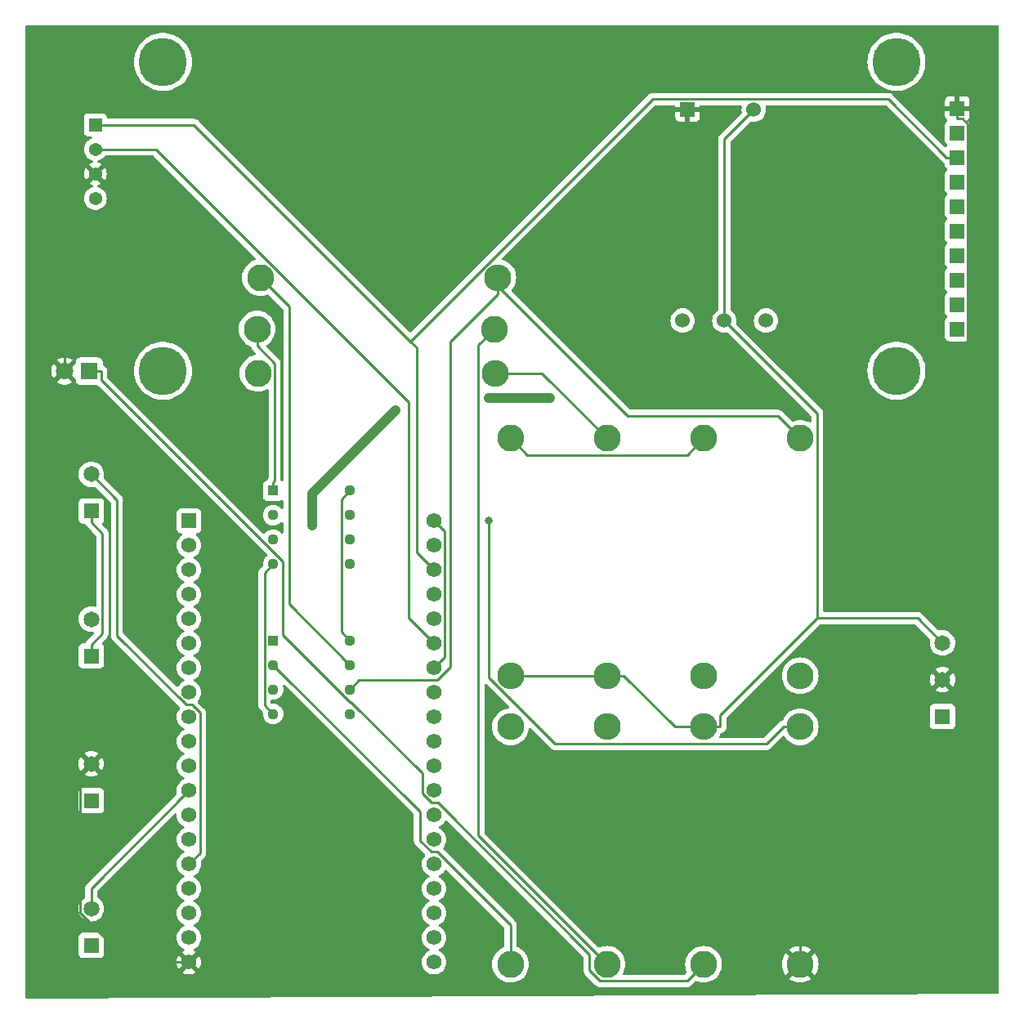
<source format=gbr>
%TF.GenerationSoftware,KiCad,Pcbnew,7.0.2*%
%TF.CreationDate,2024-03-19T15:43:20+05:30*%
%TF.ProjectId,gauss_meter_kicad,67617573-735f-46d6-9574-65725f6b6963,rev?*%
%TF.SameCoordinates,Original*%
%TF.FileFunction,Copper,L2,Bot*%
%TF.FilePolarity,Positive*%
%FSLAX46Y46*%
G04 Gerber Fmt 4.6, Leading zero omitted, Abs format (unit mm)*
G04 Created by KiCad (PCBNEW 7.0.2) date 2024-03-19 15:43:20*
%MOMM*%
%LPD*%
G01*
G04 APERTURE LIST*
%TA.AperFunction,ComponentPad*%
%ADD10R,1.650000X1.650000*%
%TD*%
%TA.AperFunction,ComponentPad*%
%ADD11C,1.650000*%
%TD*%
%TA.AperFunction,ComponentPad*%
%ADD12C,2.800000*%
%TD*%
%TA.AperFunction,ComponentPad*%
%ADD13O,2.800000X2.800000*%
%TD*%
%TA.AperFunction,ComponentPad*%
%ADD14R,1.130000X1.130000*%
%TD*%
%TA.AperFunction,ComponentPad*%
%ADD15C,1.130000*%
%TD*%
%TA.AperFunction,ComponentPad*%
%ADD16R,1.560000X1.560000*%
%TD*%
%TA.AperFunction,ComponentPad*%
%ADD17C,1.560000*%
%TD*%
%TA.AperFunction,WasherPad*%
%ADD18C,5.000000*%
%TD*%
%TA.AperFunction,ComponentPad*%
%ADD19R,1.370000X1.370000*%
%TD*%
%TA.AperFunction,ComponentPad*%
%ADD20C,1.370000*%
%TD*%
%TA.AperFunction,ComponentPad*%
%ADD21R,1.800000X1.800000*%
%TD*%
%TA.AperFunction,ComponentPad*%
%ADD22C,1.800000*%
%TD*%
%TA.AperFunction,ComponentPad*%
%ADD23R,1.524000X1.524000*%
%TD*%
%TA.AperFunction,ComponentPad*%
%ADD24C,1.524000*%
%TD*%
%TA.AperFunction,ViaPad*%
%ADD25C,0.800000*%
%TD*%
%TA.AperFunction,Conductor*%
%ADD26C,0.250000*%
%TD*%
%TA.AperFunction,Conductor*%
%ADD27C,1.000000*%
%TD*%
G04 APERTURE END LIST*
D10*
%TO.P,HOLD_HDR1,1,1*%
%TO.N,GND*%
X86560000Y-94798000D03*
D11*
%TO.P,HOLD_HDR1,2,2*%
%TO.N,/HOLD*%
X86560000Y-90988000D03*
%TD*%
D12*
%TO.P,R3,1*%
%TO.N,Net-(U1-1IN-)*%
X128334000Y-75946000D03*
D13*
%TO.P,R3,2*%
%TO.N,/A0*%
X103734000Y-75946000D03*
%TD*%
D12*
%TO.P,R10,1*%
%TO.N,/LM358_2*%
X130000000Y-141746000D03*
D13*
%TO.P,R10,2*%
%TO.N,Net-(R10-Pad2)*%
X130000000Y-117146000D03*
%TD*%
D10*
%TO.P,SW3_HDR1,1,1*%
%TO.N,GND*%
X86560000Y-139798000D03*
D11*
%TO.P,SW3_HDR1,2,2*%
%TO.N,/SW3*%
X86560000Y-135988000D03*
%TD*%
D12*
%TO.P,R12,1*%
%TO.N,Net-(R12-Pad1)*%
X160000000Y-87254000D03*
D13*
%TO.P,R12,2*%
%TO.N,/LM358_2*%
X160000000Y-111854000D03*
%TD*%
D10*
%TO.P,PWR_HDR1,1,1*%
%TO.N,GND*%
X86560000Y-124798000D03*
D11*
%TO.P,PWR_HDR1,2,2*%
%TO.N,/5V*%
X86560000Y-120988000D03*
%TD*%
D14*
%TO.P,U1,1,1OUT*%
%TO.N,/A0*%
X105410000Y-92690000D03*
D15*
%TO.P,U1,2,1IN-*%
%TO.N,Net-(U1-1IN-)*%
X105410000Y-95230000D03*
%TO.P,U1,3,1IN+*%
%TO.N,/LM258_3*%
X105410000Y-97770000D03*
%TO.P,U1,4,GND*%
%TO.N,/-12V*%
X105410000Y-100310000D03*
%TO.P,U1,5,2IN+*%
%TO.N,unconnected-(U1-2IN+-Pad5)*%
X113350000Y-100310000D03*
%TO.P,U1,6,2IN-*%
%TO.N,unconnected-(U1-2IN--Pad6)*%
X113350000Y-97770000D03*
%TO.P,U1,7,2OUT*%
%TO.N,unconnected-(U1-2OUT-Pad7)*%
X113350000Y-95230000D03*
%TO.P,U1,8,VCC*%
%TO.N,/+12V*%
X113350000Y-92690000D03*
%TD*%
D12*
%TO.P,R13,1*%
%TO.N,/LM358_7*%
X104076000Y-70612000D03*
D13*
%TO.P,R13,2*%
%TO.N,Net-(R12-Pad1)*%
X128676000Y-70612000D03*
%TD*%
D12*
%TO.P,R5,1*%
%TO.N,/1V_REF*%
X140000000Y-87254000D03*
D13*
%TO.P,R5,2*%
%TO.N,GND*%
X140000000Y-111854000D03*
%TD*%
D10*
%TO.P,NULL_HDR1,1,1*%
%TO.N,GND*%
X86560000Y-109798000D03*
D11*
%TO.P,NULL_HDR1,2,2*%
%TO.N,/NULL*%
X86560000Y-105988000D03*
%TD*%
D12*
%TO.P,R9,1*%
%TO.N,Net-(U1-1IN-)*%
X140000000Y-141746000D03*
D13*
%TO.P,R9,2*%
%TO.N,Net-(R10-Pad2)*%
X140000000Y-117146000D03*
%TD*%
D14*
%TO.P,U2,1*%
%TO.N,Net-(R10-Pad2)*%
X105410000Y-108190000D03*
D15*
%TO.P,U2,2*%
%TO.N,/LM358_2*%
X105410000Y-110730000D03*
%TO.P,U2,3*%
%TO.N,/1V_REF*%
X105410000Y-113270000D03*
%TO.P,U2,4,GND*%
%TO.N,/-12V*%
X105410000Y-115810000D03*
%TO.P,U2,5*%
%TO.N,/HALL*%
X113350000Y-115810000D03*
%TO.P,U2,6*%
%TO.N,Net-(R12-Pad1)*%
X113350000Y-113270000D03*
%TO.P,U2,7*%
%TO.N,/LM358_7*%
X113350000Y-110730000D03*
%TO.P,U2,8,V+*%
%TO.N,/+12V*%
X113350000Y-108190000D03*
%TD*%
D12*
%TO.P,R1,1*%
%TO.N,/5V*%
X160000000Y-141746000D03*
D13*
%TO.P,R1,2*%
%TO.N,Net-(R1-Pad2)*%
X160000000Y-117146000D03*
%TD*%
D12*
%TO.P,R2,1*%
%TO.N,/LM258_3*%
X130000000Y-87254000D03*
D13*
%TO.P,R2,2*%
%TO.N,GND*%
X130000000Y-111854000D03*
%TD*%
D12*
%TO.P,R4,1*%
%TO.N,Net-(R1-Pad2)*%
X103822000Y-80518000D03*
D13*
%TO.P,R4,2*%
%TO.N,/1V_REF*%
X128422000Y-80518000D03*
%TD*%
D16*
%TO.P,U3,J2-1,3V3*%
%TO.N,unconnected-(U3-3V3-PadJ2-1)*%
X96680000Y-95810000D03*
D17*
%TO.P,U3,J2-2,EN*%
%TO.N,unconnected-(U3-EN-PadJ2-2)*%
X96680000Y-98350000D03*
%TO.P,U3,J2-3,SENSOR_VP*%
%TO.N,unconnected-(U3-SENSOR_VP-PadJ2-3)*%
X96680000Y-100890000D03*
%TO.P,U3,J2-4,SENSOR_VN*%
%TO.N,unconnected-(U3-SENSOR_VN-PadJ2-4)*%
X96680000Y-103430000D03*
%TO.P,U3,J2-5,IO34*%
%TO.N,unconnected-(U3-IO34-PadJ2-5)*%
X96680000Y-105970000D03*
%TO.P,U3,J2-6,IO35*%
%TO.N,unconnected-(U3-IO35-PadJ2-6)*%
X96680000Y-108510000D03*
%TO.P,U3,J2-7,IO32*%
%TO.N,unconnected-(U3-IO32-PadJ2-7)*%
X96680000Y-111050000D03*
%TO.P,U3,J2-8,IO33*%
%TO.N,unconnected-(U3-IO33-PadJ2-8)*%
X96680000Y-113590000D03*
%TO.P,U3,J2-9,IO25*%
%TO.N,unconnected-(U3-IO25-PadJ2-9)*%
X96680000Y-116130000D03*
%TO.P,U3,J2-10,IO26*%
%TO.N,unconnected-(U3-IO26-PadJ2-10)*%
X96680000Y-118670000D03*
%TO.P,U3,J2-11,IO27*%
%TO.N,unconnected-(U3-IO27-PadJ2-11)*%
X96680000Y-121210000D03*
%TO.P,U3,J2-12,IO14*%
%TO.N,/SW3*%
X96680000Y-123750000D03*
%TO.P,U3,J2-13,IO12*%
%TO.N,/NULL*%
X96680000Y-126290000D03*
%TO.P,U3,J2-14,GND1*%
%TO.N,GND*%
X96680000Y-128830000D03*
%TO.P,U3,J2-15,IO13*%
%TO.N,/HOLD*%
X96680000Y-131370000D03*
%TO.P,U3,J2-16,SD2*%
%TO.N,unconnected-(U3-SD2-PadJ2-16)*%
X96680000Y-133910000D03*
%TO.P,U3,J2-17,SD3*%
%TO.N,unconnected-(U3-SD3-PadJ2-17)*%
X96680000Y-136450000D03*
%TO.P,U3,J2-18,CMD*%
%TO.N,unconnected-(U3-CMD-PadJ2-18)*%
X96680000Y-138990000D03*
%TO.P,U3,J2-19,EXT_5V*%
%TO.N,/5V*%
X96680000Y-141530000D03*
%TO.P,U3,J3-1,GND3*%
%TO.N,GND*%
X122080000Y-95810000D03*
%TO.P,U3,J3-2,IO23*%
%TO.N,unconnected-(U3-IO23-PadJ3-2)*%
X122080000Y-98350000D03*
%TO.P,U3,J3-3,IO22*%
%TO.N,/SCL*%
X122080000Y-100890000D03*
%TO.P,U3,J3-4,TXD0*%
%TO.N,unconnected-(U3-TXD0-PadJ3-4)*%
X122080000Y-103430000D03*
%TO.P,U3,J3-5,RXD0*%
%TO.N,unconnected-(U3-RXD0-PadJ3-5)*%
X122080000Y-105970000D03*
%TO.P,U3,J3-6,IO21*%
%TO.N,/SDA*%
X122080000Y-108510000D03*
%TO.P,U3,J3-7,GND2*%
%TO.N,GND*%
X122080000Y-111050000D03*
%TO.P,U3,J3-8,IO19*%
%TO.N,unconnected-(U3-IO19-PadJ3-8)*%
X122080000Y-113590000D03*
%TO.P,U3,J3-9,IO18*%
%TO.N,unconnected-(U3-IO18-PadJ3-9)*%
X122080000Y-116130000D03*
%TO.P,U3,J3-10,IO5*%
%TO.N,unconnected-(U3-IO5-PadJ3-10)*%
X122080000Y-118670000D03*
%TO.P,U3,J3-11,IO17*%
%TO.N,unconnected-(U3-IO17-PadJ3-11)*%
X122080000Y-121210000D03*
%TO.P,U3,J3-12,IO16*%
%TO.N,unconnected-(U3-IO16-PadJ3-12)*%
X122080000Y-123750000D03*
%TO.P,U3,J3-13,IO4*%
%TO.N,unconnected-(U3-IO4-PadJ3-13)*%
X122080000Y-126290000D03*
%TO.P,U3,J3-14,IO0*%
%TO.N,unconnected-(U3-IO0-PadJ3-14)*%
X122080000Y-128830000D03*
%TO.P,U3,J3-15,IO2*%
%TO.N,unconnected-(U3-IO2-PadJ3-15)*%
X122080000Y-131370000D03*
%TO.P,U3,J3-16,IO15*%
%TO.N,unconnected-(U3-IO15-PadJ3-16)*%
X122080000Y-133910000D03*
%TO.P,U3,J3-17,SD1*%
%TO.N,unconnected-(U3-SD1-PadJ3-17)*%
X122080000Y-136450000D03*
%TO.P,U3,J3-18,SD0*%
%TO.N,unconnected-(U3-SD0-PadJ3-18)*%
X122080000Y-138990000D03*
%TO.P,U3,J3-19,CLK*%
%TO.N,unconnected-(U3-CLK-PadJ3-19)*%
X122080000Y-141530000D03*
%TD*%
D18*
%TO.P,LCD_HDR1,*%
%TO.N,*%
X93980000Y-48264000D03*
X93980000Y-80264000D03*
X169980000Y-48264000D03*
X169980000Y-80264000D03*
D19*
%TO.P,LCD_HDR1,01,01*%
%TO.N,/SCL*%
X86980000Y-54788000D03*
D20*
%TO.P,LCD_HDR1,02,02*%
%TO.N,/SDA*%
X86980000Y-57328000D03*
%TO.P,LCD_HDR1,03,03*%
%TO.N,/5V*%
X86980000Y-59868000D03*
%TO.P,LCD_HDR1,04,04*%
%TO.N,GND*%
X86980000Y-62408000D03*
%TD*%
D21*
%TO.P,PWR_LED1,1,K*%
%TO.N,Net-(PWR_LED1-K)*%
X86340000Y-80295000D03*
D22*
%TO.P,PWR_LED1,2,A*%
%TO.N,/5V*%
X83800000Y-80295000D03*
%TD*%
D10*
%TO.P,HALL_HDR1,01,01*%
%TO.N,/HALL*%
X174752000Y-116078000D03*
D11*
%TO.P,HALL_HDR1,02,02*%
%TO.N,/5V*%
X174752000Y-112268000D03*
%TO.P,HALL_HDR1,03,03*%
%TO.N,GND*%
X174752000Y-108458000D03*
%TD*%
D12*
%TO.P,R7,1*%
%TO.N,/LM258_3*%
X150000000Y-87254000D03*
D13*
%TO.P,R7,2*%
%TO.N,/LM358_7*%
X150000000Y-111854000D03*
%TD*%
D12*
%TO.P,R11,1*%
%TO.N,Net-(PWR_LED1-K)*%
X150000000Y-141746000D03*
D13*
%TO.P,R11,2*%
%TO.N,GND*%
X150000000Y-117146000D03*
%TD*%
D23*
%TO.P,U4,1,VDD*%
%TO.N,/5V*%
X176276000Y-53081500D03*
%TO.P,U4,2,GND*%
%TO.N,GND*%
X176276000Y-55621500D03*
%TO.P,U4,3,SCL*%
%TO.N,/SCL*%
X176276000Y-58161500D03*
%TO.P,U4,4,SDA*%
%TO.N,/SDA*%
X176276000Y-60701500D03*
%TO.P,U4,5,ADDR*%
%TO.N,unconnected-(U4-ADDR-Pad5)*%
X176276000Y-63241500D03*
%TO.P,U4,6,ALRT*%
%TO.N,unconnected-(U4-ALRT-Pad6)*%
X176276000Y-65781500D03*
%TO.P,U4,7,A0*%
%TO.N,/A0*%
X176276000Y-68321500D03*
%TO.P,U4,8,A1*%
%TO.N,unconnected-(U4-A1-Pad8)*%
X176276000Y-70861500D03*
%TO.P,U4,9,A2*%
%TO.N,unconnected-(U4-A2-Pad9)*%
X176276000Y-73401500D03*
%TO.P,U4,10,A3*%
%TO.N,unconnected-(U4-A3-Pad10)*%
X176276000Y-75941500D03*
%TD*%
%TO.P,U6,1,5V*%
%TO.N,/5V*%
X148336000Y-53213000D03*
D24*
%TO.P,U6,2,GND*%
%TO.N,GND*%
X155194000Y-53213000D03*
%TO.P,U6,3,+12*%
%TO.N,/+12V*%
X147828000Y-75057000D03*
%TO.P,U6,4,GND*%
%TO.N,GND*%
X152146000Y-75057000D03*
%TO.P,U6,5,-12*%
%TO.N,/-12V*%
X156464000Y-75057000D03*
%TD*%
D25*
%TO.N,Net-(R1-Pad2)*%
X127692800Y-95778400D03*
%TO.N,/-12V*%
X118110000Y-84328000D03*
X134112000Y-83058000D03*
X109474000Y-96266000D03*
X127762000Y-83058000D03*
%TD*%
D26*
%TO.N,/5V*%
X177364900Y-109655100D02*
X174752000Y-112268000D01*
X90456500Y-141530000D02*
X96680000Y-141530000D01*
X85390700Y-122157300D02*
X85390700Y-136464200D01*
X83800000Y-63048000D02*
X83800000Y-80295000D01*
X176276000Y-53081500D02*
X176276000Y-54170400D01*
X176820500Y-54170400D02*
X177364900Y-54714800D01*
X86560000Y-120988000D02*
X85390700Y-122157300D01*
X160000000Y-141746000D02*
X160000000Y-127020000D01*
X86980000Y-59868000D02*
X83800000Y-63048000D01*
X177364900Y-54714800D02*
X177364900Y-109655100D01*
X176276000Y-54170400D02*
X176820500Y-54170400D01*
X160000000Y-127020000D02*
X174752000Y-112268000D01*
X85390700Y-136464200D02*
X90456500Y-141530000D01*
%TO.N,GND*%
X86560000Y-95949900D02*
X87711900Y-97101800D01*
X172189000Y-105895000D02*
X161778400Y-105895000D01*
X86560000Y-94798000D02*
X86560000Y-95949900D01*
X141726900Y-111854000D02*
X147018900Y-117146000D01*
X152146000Y-75057000D02*
X152146000Y-56261000D01*
X147018900Y-117146000D02*
X150000000Y-117146000D01*
X152146000Y-75057000D02*
X161778400Y-84689400D01*
X87711900Y-97101800D02*
X87711900Y-107494200D01*
X161778400Y-84689400D02*
X161778400Y-105895000D01*
X150000000Y-117146000D02*
X151726900Y-117146000D01*
X152146000Y-56261000D02*
X155194000Y-53213000D01*
X122080000Y-95810000D02*
X123186900Y-96916900D01*
X151726900Y-115946500D02*
X151726900Y-117146000D01*
X87711900Y-107494200D02*
X86560000Y-108646100D01*
X174752000Y-108458000D02*
X172189000Y-105895000D01*
X161778400Y-105895000D02*
X151726900Y-115946500D01*
X140000000Y-111854000D02*
X141726900Y-111854000D01*
X86560000Y-109798000D02*
X86560000Y-108646100D01*
X123186900Y-109943100D02*
X122080000Y-111050000D01*
X130000000Y-111854000D02*
X140000000Y-111854000D01*
X123186900Y-96916900D02*
X123186900Y-109943100D01*
%TO.N,/HOLD*%
X97806000Y-115690200D02*
X96975800Y-114860000D01*
X96680000Y-131370000D02*
X97806000Y-130244000D01*
X97806000Y-130244000D02*
X97806000Y-115690200D01*
X96380600Y-114860000D02*
X89219600Y-107699000D01*
X89219600Y-107699000D02*
X89219600Y-93647600D01*
X89219600Y-93647600D02*
X86560000Y-90988000D01*
X96975800Y-114860000D02*
X96380600Y-114860000D01*
%TO.N,/SCL*%
X120253600Y-77839100D02*
X120253600Y-99063600D01*
X144713000Y-52124100D02*
X119625800Y-77211300D01*
X169149700Y-52124100D02*
X144713000Y-52124100D01*
X119625800Y-77211300D02*
X120253600Y-77839100D01*
X175187100Y-58161500D02*
X169149700Y-52124100D01*
X119625800Y-77211300D02*
X97202500Y-54788000D01*
X97202500Y-54788000D02*
X86980000Y-54788000D01*
X120253600Y-99063600D02*
X122080000Y-100890000D01*
X176276000Y-58161500D02*
X175187100Y-58161500D01*
%TO.N,/SDA*%
X93234200Y-57328000D02*
X119400700Y-83494500D01*
X119400800Y-105830800D02*
X122080000Y-108510000D01*
X86980000Y-57328000D02*
X93234200Y-57328000D01*
X119400700Y-83494500D02*
X119400700Y-105830800D01*
X119400700Y-105830800D02*
X119400800Y-105830800D01*
%TO.N,Net-(PWR_LED1-K)*%
X106420500Y-100057400D02*
X106420500Y-107621200D01*
X106420500Y-107621200D02*
X113339300Y-114540000D01*
X138181600Y-142389200D02*
X139271800Y-143479400D01*
X139271800Y-143479400D02*
X148266600Y-143479400D01*
X87566900Y-81203800D02*
X106420500Y-100057400D01*
X87566900Y-80295000D02*
X87566900Y-81203800D01*
X113339300Y-114540000D02*
X113451900Y-114540000D01*
X138181600Y-140753300D02*
X138181600Y-142389200D01*
X120836600Y-124076000D02*
X121780600Y-125020000D01*
X86340000Y-80295000D02*
X87566900Y-80295000D01*
X122448300Y-125020000D02*
X138181600Y-140753300D01*
X148266600Y-143479400D02*
X150000000Y-141746000D01*
X121780600Y-125020000D02*
X122448300Y-125020000D01*
X120836600Y-121924700D02*
X120836600Y-124076000D01*
X113451900Y-114540000D02*
X120836600Y-121924700D01*
%TO.N,Net-(R1-Pad2)*%
X158273100Y-117146000D02*
X156491200Y-118927900D01*
X134617200Y-118927900D02*
X127692800Y-112003500D01*
X127692800Y-112003500D02*
X127692800Y-95778400D01*
X156491200Y-118927900D02*
X134617200Y-118927900D01*
X160000000Y-117146000D02*
X158273100Y-117146000D01*
%TO.N,/LM258_3*%
X130000000Y-87254000D02*
X131728100Y-88982100D01*
X148271900Y-88982100D02*
X150000000Y-87254000D01*
X131728100Y-88982100D02*
X148271900Y-88982100D01*
%TO.N,Net-(U1-1IN-)*%
X126666000Y-128412000D02*
X126666000Y-77614000D01*
X126666000Y-77614000D02*
X128334000Y-75946000D01*
X140000000Y-141746000D02*
X126666000Y-128412000D01*
%TO.N,/A0*%
X103734000Y-75946000D02*
X103734000Y-77672900D01*
X105410000Y-92690000D02*
X105410000Y-91798100D01*
X105556300Y-91651800D02*
X105556300Y-79495200D01*
X105410000Y-91798100D02*
X105556300Y-91651800D01*
X105556300Y-79495200D02*
X103734000Y-77672900D01*
%TO.N,/1V_REF*%
X128422000Y-80518000D02*
X133264000Y-80518000D01*
X133264000Y-80518000D02*
X140000000Y-87254000D01*
%TO.N,/LM358_7*%
X113350000Y-110730000D02*
X107066400Y-104446400D01*
X107066400Y-73602400D02*
X104076000Y-70612000D01*
X107066400Y-104446400D02*
X107066400Y-73602400D01*
%TO.N,/LM358_2*%
X130000000Y-137706800D02*
X130000000Y-141746000D01*
X105410000Y-110730000D02*
X120610100Y-125930100D01*
X120610100Y-125930100D02*
X120610100Y-128933100D01*
X122393200Y-130100000D02*
X130000000Y-137706800D01*
X120610100Y-128933100D02*
X121777000Y-130100000D01*
X121777000Y-130100000D02*
X122393200Y-130100000D01*
%TO.N,Net-(R12-Pad1)*%
X122423500Y-112320000D02*
X123766300Y-110977200D01*
X157678500Y-84932500D02*
X160000000Y-87254000D01*
X128676000Y-71475400D02*
X142133100Y-84932500D01*
X114300000Y-112320000D02*
X122423500Y-112320000D01*
X128676000Y-71475400D02*
X128676000Y-72338900D01*
X113350000Y-113270000D02*
X114300000Y-112320000D01*
X123766300Y-77248600D02*
X128676000Y-72338900D01*
X142133100Y-84932500D02*
X157678500Y-84932500D01*
X128676000Y-70612000D02*
X128676000Y-71475400D01*
X123766300Y-110977200D02*
X123766300Y-77248600D01*
%TO.N,/SW3*%
X86560000Y-133870000D02*
X86560000Y-135988000D01*
X96680000Y-123750000D02*
X86560000Y-133870000D01*
D27*
%TO.N,/-12V*%
X109474000Y-96266000D02*
X109474000Y-92964000D01*
D26*
X104503200Y-114903200D02*
X104503200Y-101216800D01*
D27*
X109474000Y-92964000D02*
X118110000Y-84328000D01*
X127762000Y-83058000D02*
X134112000Y-83058000D01*
D26*
X105410000Y-115810000D02*
X104503200Y-114903200D01*
X104503200Y-101216800D02*
X105410000Y-100310000D01*
%TO.N,/+12V*%
X112451600Y-93588400D02*
X112451600Y-107291600D01*
X113350000Y-92690000D02*
X112451600Y-93588400D01*
X112451600Y-107291600D02*
X113350000Y-108190000D01*
%TD*%
%TA.AperFunction,Conductor*%
%TO.N,/5V*%
G36*
X147017039Y-52769285D02*
G01*
X147062794Y-52822089D01*
X147074000Y-52873600D01*
X147074000Y-52963000D01*
X148048283Y-52963000D01*
X148012629Y-53001731D01*
X147961552Y-53118177D01*
X147951051Y-53244898D01*
X147982266Y-53368162D01*
X148044227Y-53463000D01*
X147074000Y-53463000D01*
X147074000Y-54019518D01*
X147074354Y-54026132D01*
X147080400Y-54082371D01*
X147130647Y-54217089D01*
X147216811Y-54332188D01*
X147331910Y-54418352D01*
X147466628Y-54468599D01*
X147522867Y-54474645D01*
X147529482Y-54475000D01*
X148086000Y-54475000D01*
X148086000Y-53501220D01*
X148152157Y-53552713D01*
X148272422Y-53594000D01*
X148367569Y-53594000D01*
X148461421Y-53578339D01*
X148573251Y-53517820D01*
X148586000Y-53503970D01*
X148586000Y-54475000D01*
X149142518Y-54475000D01*
X149149132Y-54474645D01*
X149205371Y-54468599D01*
X149340089Y-54418352D01*
X149455188Y-54332188D01*
X149541352Y-54217089D01*
X149591599Y-54082371D01*
X149597645Y-54026132D01*
X149598000Y-54019518D01*
X149598000Y-53463000D01*
X148623717Y-53463000D01*
X148659371Y-53424269D01*
X148710448Y-53307823D01*
X148720949Y-53181102D01*
X148689734Y-53057838D01*
X148627773Y-52963000D01*
X149598000Y-52963000D01*
X149598000Y-52873600D01*
X149617685Y-52806561D01*
X149670489Y-52760806D01*
X149722000Y-52749600D01*
X153849531Y-52749600D01*
X153916570Y-52769285D01*
X153962325Y-52822089D01*
X153972269Y-52891247D01*
X153969307Y-52905686D01*
X153963774Y-52926338D01*
X153945929Y-52992934D01*
X153926676Y-53212999D01*
X153945929Y-53433064D01*
X153957707Y-53477020D01*
X153956044Y-53546870D01*
X153925613Y-53596795D01*
X151762208Y-55760199D01*
X151746110Y-55773096D01*
X151698096Y-55824225D01*
X151695392Y-55827016D01*
X151678628Y-55843780D01*
X151678621Y-55843787D01*
X151675880Y-55846529D01*
X151673499Y-55849597D01*
X151673490Y-55849608D01*
X151673411Y-55849711D01*
X151665842Y-55858572D01*
X151635935Y-55890420D01*
X151626285Y-55907974D01*
X151615609Y-55924228D01*
X151603326Y-55940063D01*
X151585975Y-55980158D01*
X151580838Y-55990644D01*
X151559802Y-56028907D01*
X151554821Y-56048309D01*
X151548520Y-56066711D01*
X151540561Y-56085102D01*
X151533728Y-56128242D01*
X151531360Y-56139674D01*
X151520500Y-56181977D01*
X151520500Y-56202016D01*
X151518973Y-56221414D01*
X151515840Y-56241194D01*
X151519950Y-56284673D01*
X151520500Y-56296343D01*
X151520500Y-73889201D01*
X151500815Y-73956240D01*
X151467623Y-73990776D01*
X151331379Y-74086174D01*
X151175174Y-74242379D01*
X151048466Y-74423338D01*
X150955106Y-74623548D01*
X150897929Y-74836934D01*
X150878676Y-75057000D01*
X150897929Y-75277065D01*
X150933334Y-75409199D01*
X150955106Y-75490450D01*
X151048466Y-75690662D01*
X151175174Y-75871620D01*
X151331380Y-76027826D01*
X151512338Y-76154534D01*
X151712550Y-76247894D01*
X151925932Y-76305070D01*
X152146000Y-76324323D01*
X152366068Y-76305070D01*
X152410019Y-76293293D01*
X152479869Y-76294954D01*
X152529796Y-76325386D01*
X161116581Y-84912171D01*
X161150066Y-84973494D01*
X161152900Y-84999852D01*
X161152900Y-85509168D01*
X161133215Y-85576207D01*
X161080411Y-85621962D01*
X161011253Y-85631906D01*
X160969474Y-85618001D01*
X160892932Y-85576207D01*
X160791513Y-85520828D01*
X160536801Y-85425825D01*
X160536796Y-85425823D01*
X160271161Y-85368039D01*
X160000000Y-85348644D01*
X159728838Y-85368039D01*
X159463200Y-85425824D01*
X159241586Y-85508482D01*
X159171895Y-85513466D01*
X159110572Y-85479981D01*
X158179302Y-84548711D01*
X158166406Y-84532613D01*
X158115275Y-84484598D01*
X158112478Y-84481887D01*
X158095727Y-84465136D01*
X158092971Y-84462380D01*
X158089790Y-84459912D01*
X158080922Y-84452337D01*
X158049082Y-84422438D01*
X158031524Y-84412785D01*
X158015264Y-84402104D01*
X157999436Y-84389827D01*
X157959351Y-84372480D01*
X157948861Y-84367341D01*
X157910591Y-84346302D01*
X157891191Y-84341321D01*
X157872784Y-84335019D01*
X157854397Y-84327062D01*
X157811258Y-84320229D01*
X157799824Y-84317861D01*
X157757519Y-84307000D01*
X157737484Y-84307000D01*
X157718086Y-84305473D01*
X157710662Y-84304297D01*
X157698305Y-84302340D01*
X157698304Y-84302340D01*
X157691534Y-84302980D01*
X157654825Y-84306450D01*
X157643156Y-84307000D01*
X142443553Y-84307000D01*
X142376514Y-84287315D01*
X142355872Y-84270681D01*
X133142191Y-75057000D01*
X146560676Y-75057000D01*
X146579929Y-75277065D01*
X146615334Y-75409199D01*
X146637106Y-75490450D01*
X146730466Y-75690662D01*
X146857174Y-75871620D01*
X147013380Y-76027826D01*
X147194338Y-76154534D01*
X147394550Y-76247894D01*
X147607932Y-76305070D01*
X147754644Y-76317905D01*
X147827999Y-76324323D01*
X147827999Y-76324322D01*
X147828000Y-76324323D01*
X148048068Y-76305070D01*
X148261450Y-76247894D01*
X148461662Y-76154534D01*
X148642620Y-76027826D01*
X148798826Y-75871620D01*
X148925534Y-75690662D01*
X149018894Y-75490450D01*
X149076070Y-75277068D01*
X149095323Y-75057000D01*
X149076070Y-74836932D01*
X149018894Y-74623550D01*
X148925534Y-74423339D01*
X148798826Y-74242380D01*
X148642620Y-74086174D01*
X148461662Y-73959466D01*
X148453500Y-73955660D01*
X148261451Y-73866106D01*
X148048065Y-73808929D01*
X147828000Y-73789676D01*
X147607934Y-73808929D01*
X147394548Y-73866106D01*
X147194338Y-73959466D01*
X147013379Y-74086174D01*
X146857174Y-74242379D01*
X146730466Y-74423338D01*
X146637106Y-74623548D01*
X146579929Y-74836934D01*
X146560676Y-75057000D01*
X133142191Y-75057000D01*
X130118133Y-72032942D01*
X130084648Y-71971619D01*
X130089632Y-71901927D01*
X130111685Y-71867611D01*
X130110656Y-71866841D01*
X130115968Y-71859744D01*
X130115971Y-71859742D01*
X130278887Y-71642113D01*
X130409172Y-71403513D01*
X130504175Y-71148801D01*
X130561961Y-70883160D01*
X130581355Y-70612000D01*
X130561961Y-70340840D01*
X130504175Y-70075199D01*
X130409172Y-69820487D01*
X130319194Y-69655704D01*
X130278890Y-69581891D01*
X130238020Y-69527296D01*
X130115971Y-69364258D01*
X129923742Y-69172029D01*
X129706113Y-69009113D01*
X129706114Y-69009113D01*
X129706108Y-69009109D01*
X129467519Y-68878831D01*
X129467517Y-68878830D01*
X129467513Y-68878828D01*
X129212801Y-68783825D01*
X129212796Y-68783823D01*
X129208885Y-68782973D01*
X129205370Y-68781054D01*
X129204491Y-68780726D01*
X129204538Y-68780599D01*
X129147562Y-68749489D01*
X129114077Y-68688166D01*
X129119061Y-68618474D01*
X129147560Y-68574128D01*
X144935771Y-52785919D01*
X144997095Y-52752434D01*
X145023453Y-52749600D01*
X146950000Y-52749600D01*
X147017039Y-52769285D01*
G37*
%TD.AperFunction*%
%TA.AperFunction,Conductor*%
G36*
X180537039Y-44469685D02*
G01*
X180582794Y-44522489D01*
X180594000Y-44574000D01*
X180594000Y-144656623D01*
X180574315Y-144723662D01*
X180521511Y-144769417D01*
X180470625Y-144780621D01*
X79880625Y-145287372D01*
X79813487Y-145268026D01*
X79767467Y-145215453D01*
X79756000Y-145163374D01*
X79756000Y-140667578D01*
X85234500Y-140667578D01*
X85234501Y-140670872D01*
X85234853Y-140674152D01*
X85234854Y-140674159D01*
X85240909Y-140730483D01*
X85291204Y-140865331D01*
X85377454Y-140980546D01*
X85492669Y-141066796D01*
X85627517Y-141117091D01*
X85687127Y-141123500D01*
X87432872Y-141123499D01*
X87492483Y-141117091D01*
X87627331Y-141066796D01*
X87742546Y-140980546D01*
X87828796Y-140865331D01*
X87879091Y-140730483D01*
X87885500Y-140670873D01*
X87885499Y-138925128D01*
X87879091Y-138865517D01*
X87828796Y-138730669D01*
X87742546Y-138615454D01*
X87627331Y-138529204D01*
X87492483Y-138478909D01*
X87432873Y-138472500D01*
X87429550Y-138472500D01*
X85690439Y-138472500D01*
X85690420Y-138472500D01*
X85687128Y-138472501D01*
X85683848Y-138472853D01*
X85683840Y-138472854D01*
X85627515Y-138478909D01*
X85492669Y-138529204D01*
X85377454Y-138615454D01*
X85291204Y-138730668D01*
X85240910Y-138865515D01*
X85240909Y-138865517D01*
X85234500Y-138925127D01*
X85234500Y-138928448D01*
X85234500Y-138928449D01*
X85234500Y-140667560D01*
X85234500Y-140667578D01*
X79756000Y-140667578D01*
X79756000Y-135988000D01*
X85229436Y-135988000D01*
X85249650Y-136219047D01*
X85309680Y-136443080D01*
X85312907Y-136450000D01*
X85407699Y-136653282D01*
X85540730Y-136843269D01*
X85704731Y-137007270D01*
X85894718Y-137140301D01*
X86104921Y-137238320D01*
X86328950Y-137298349D01*
X86560000Y-137318563D01*
X86791050Y-137298349D01*
X87015079Y-137238320D01*
X87225282Y-137140301D01*
X87415269Y-137007270D01*
X87579270Y-136843269D01*
X87712301Y-136653282D01*
X87810320Y-136443079D01*
X87870349Y-136219050D01*
X87890563Y-135988000D01*
X87870349Y-135756950D01*
X87810320Y-135532921D01*
X87712301Y-135322719D01*
X87579270Y-135132731D01*
X87415269Y-134968730D01*
X87238375Y-134844867D01*
X87194751Y-134790290D01*
X87185500Y-134743293D01*
X87185500Y-134180452D01*
X87205185Y-134113413D01*
X87221819Y-134092771D01*
X91177050Y-130137540D01*
X95189184Y-126125405D01*
X95250505Y-126091922D01*
X95320197Y-126096906D01*
X95376130Y-126138778D01*
X95400547Y-126204242D01*
X95400391Y-126223894D01*
X95394608Y-126289998D01*
X95414136Y-126513203D01*
X95414137Y-126513206D01*
X95472128Y-126729630D01*
X95566819Y-126932696D01*
X95695333Y-127116233D01*
X95853767Y-127274667D01*
X96037304Y-127403181D01*
X96108250Y-127436263D01*
X96132599Y-127447618D01*
X96185038Y-127493791D01*
X96204190Y-127560984D01*
X96183974Y-127627865D01*
X96132599Y-127672382D01*
X96037304Y-127716819D01*
X95853766Y-127845333D01*
X95695333Y-128003766D01*
X95566819Y-128187304D01*
X95472128Y-128390368D01*
X95414136Y-128606796D01*
X95394608Y-128830000D01*
X95414136Y-129053203D01*
X95472128Y-129269631D01*
X95495390Y-129319516D01*
X95566819Y-129472696D01*
X95695333Y-129656233D01*
X95853767Y-129814667D01*
X96037304Y-129943181D01*
X96108250Y-129976263D01*
X96132599Y-129987618D01*
X96185038Y-130033791D01*
X96204190Y-130100984D01*
X96183974Y-130167865D01*
X96132599Y-130212382D01*
X96037304Y-130256819D01*
X95853766Y-130385333D01*
X95695333Y-130543766D01*
X95566819Y-130727304D01*
X95472128Y-130930368D01*
X95414136Y-131146796D01*
X95394608Y-131369999D01*
X95414136Y-131593203D01*
X95414137Y-131593206D01*
X95472128Y-131809630D01*
X95566819Y-132012696D01*
X95695333Y-132196233D01*
X95853767Y-132354667D01*
X96037304Y-132483181D01*
X96108250Y-132516263D01*
X96132599Y-132527618D01*
X96185038Y-132573791D01*
X96204190Y-132640984D01*
X96183974Y-132707865D01*
X96132599Y-132752382D01*
X96037304Y-132796819D01*
X95853766Y-132925333D01*
X95695333Y-133083766D01*
X95566819Y-133267304D01*
X95472128Y-133470368D01*
X95414136Y-133686796D01*
X95394608Y-133910000D01*
X95414136Y-134133203D01*
X95426796Y-134180452D01*
X95472128Y-134349630D01*
X95566819Y-134552696D01*
X95695333Y-134736233D01*
X95853767Y-134894667D01*
X96037304Y-135023181D01*
X96108250Y-135056263D01*
X96132599Y-135067618D01*
X96185038Y-135113791D01*
X96204190Y-135180984D01*
X96183974Y-135247865D01*
X96132599Y-135292382D01*
X96037304Y-135336819D01*
X95853766Y-135465333D01*
X95695333Y-135623766D01*
X95566819Y-135807304D01*
X95472128Y-136010368D01*
X95414136Y-136226796D01*
X95394608Y-136449999D01*
X95414136Y-136673203D01*
X95459705Y-136843269D01*
X95472128Y-136889630D01*
X95566819Y-137092696D01*
X95695333Y-137276233D01*
X95853767Y-137434667D01*
X96037304Y-137563181D01*
X96108250Y-137596263D01*
X96132599Y-137607618D01*
X96185038Y-137653791D01*
X96204190Y-137720984D01*
X96183974Y-137787865D01*
X96132599Y-137832382D01*
X96037304Y-137876819D01*
X95853766Y-138005333D01*
X95695333Y-138163766D01*
X95566819Y-138347304D01*
X95472128Y-138550368D01*
X95414136Y-138766796D01*
X95394608Y-138990000D01*
X95414136Y-139213203D01*
X95414137Y-139213206D01*
X95472128Y-139429630D01*
X95566819Y-139632696D01*
X95695333Y-139816233D01*
X95853767Y-139974667D01*
X96037304Y-140103181D01*
X96133190Y-140147893D01*
X96185629Y-140194065D01*
X96204781Y-140261259D01*
X96184565Y-140328140D01*
X96133190Y-140372657D01*
X96037556Y-140417252D01*
X95968888Y-140465333D01*
X95968887Y-140465334D01*
X96531235Y-141027681D01*
X96407276Y-141081525D01*
X96296392Y-141171735D01*
X96213959Y-141288517D01*
X96180135Y-141383688D01*
X95615334Y-140818887D01*
X95615333Y-140818888D01*
X95567252Y-140887555D01*
X95472599Y-141090539D01*
X95414630Y-141306883D01*
X95395110Y-141529999D01*
X95414630Y-141753116D01*
X95472599Y-141969459D01*
X95567252Y-142172442D01*
X95615334Y-142241111D01*
X96179439Y-141677006D01*
X96185418Y-141705775D01*
X96251181Y-141832693D01*
X96348749Y-141937162D01*
X96470884Y-142011434D01*
X96534339Y-142029213D01*
X95968888Y-142594664D01*
X96037557Y-142642747D01*
X96240540Y-142737400D01*
X96456883Y-142795369D01*
X96679999Y-142814889D01*
X96903116Y-142795369D01*
X97119461Y-142737399D01*
X97322442Y-142642748D01*
X97391111Y-142594664D01*
X96828765Y-142032318D01*
X96952724Y-141978475D01*
X97063608Y-141888265D01*
X97146041Y-141771483D01*
X97179864Y-141676311D01*
X97744664Y-142241110D01*
X97792748Y-142172442D01*
X97887399Y-141969461D01*
X97945369Y-141753116D01*
X97964889Y-141530000D01*
X97945369Y-141306883D01*
X97887400Y-141090540D01*
X97792747Y-140887558D01*
X97744663Y-140818887D01*
X97180559Y-141382991D01*
X97174582Y-141354225D01*
X97108819Y-141227307D01*
X97011251Y-141122838D01*
X96889116Y-141048566D01*
X96825660Y-141030786D01*
X97391111Y-140465334D01*
X97322442Y-140417252D01*
X97226809Y-140372657D01*
X97174370Y-140326484D01*
X97155218Y-140259291D01*
X97175434Y-140192410D01*
X97226809Y-140147893D01*
X97322696Y-140103181D01*
X97506233Y-139974667D01*
X97664667Y-139816233D01*
X97793181Y-139632696D01*
X97887872Y-139429630D01*
X97945863Y-139213206D01*
X97965391Y-138990000D01*
X97945863Y-138766794D01*
X97887872Y-138550370D01*
X97793181Y-138347305D01*
X97664667Y-138163767D01*
X97506233Y-138005333D01*
X97322696Y-137876819D01*
X97227399Y-137832381D01*
X97174961Y-137786210D01*
X97155809Y-137719016D01*
X97176025Y-137652135D01*
X97227400Y-137607618D01*
X97322696Y-137563181D01*
X97506233Y-137434667D01*
X97664667Y-137276233D01*
X97793181Y-137092696D01*
X97887872Y-136889630D01*
X97945863Y-136673206D01*
X97965391Y-136450000D01*
X97945863Y-136226794D01*
X97887872Y-136010370D01*
X97793181Y-135807305D01*
X97664667Y-135623767D01*
X97506233Y-135465333D01*
X97322696Y-135336819D01*
X97227399Y-135292381D01*
X97174961Y-135246210D01*
X97155809Y-135179016D01*
X97176025Y-135112135D01*
X97227400Y-135067618D01*
X97322696Y-135023181D01*
X97506233Y-134894667D01*
X97664667Y-134736233D01*
X97793181Y-134552696D01*
X97887872Y-134349630D01*
X97945863Y-134133206D01*
X97965391Y-133910000D01*
X97945863Y-133686794D01*
X97887872Y-133470370D01*
X97793181Y-133267305D01*
X97664667Y-133083767D01*
X97506233Y-132925333D01*
X97322696Y-132796819D01*
X97227399Y-132752381D01*
X97174961Y-132706210D01*
X97155809Y-132639016D01*
X97176025Y-132572135D01*
X97227400Y-132527618D01*
X97322696Y-132483181D01*
X97506233Y-132354667D01*
X97664667Y-132196233D01*
X97793181Y-132012696D01*
X97887872Y-131809630D01*
X97945863Y-131593206D01*
X97965391Y-131370000D01*
X97945863Y-131146794D01*
X97945863Y-131146792D01*
X97930989Y-131091283D01*
X97932651Y-131021433D01*
X97963080Y-130971509D01*
X98189789Y-130744800D01*
X98205885Y-130731906D01*
X98207873Y-130729787D01*
X98207877Y-130729786D01*
X98253949Y-130680723D01*
X98256534Y-130678055D01*
X98276120Y-130658471D01*
X98278585Y-130655292D01*
X98286167Y-130646416D01*
X98316062Y-130614582D01*
X98325717Y-130597018D01*
X98336394Y-130580764D01*
X98348673Y-130564936D01*
X98366018Y-130524852D01*
X98371160Y-130514356D01*
X98392197Y-130476092D01*
X98397179Y-130456684D01*
X98403481Y-130438280D01*
X98411437Y-130419896D01*
X98418269Y-130376752D01*
X98420633Y-130365338D01*
X98431500Y-130323019D01*
X98431500Y-130302982D01*
X98433027Y-130283584D01*
X98436160Y-130263804D01*
X98432050Y-130220324D01*
X98431500Y-130208655D01*
X98431500Y-115772940D01*
X98433763Y-115752439D01*
X98431561Y-115682344D01*
X98431500Y-115678450D01*
X98431500Y-115654744D01*
X98431500Y-115650850D01*
X98430998Y-115646881D01*
X98430080Y-115635224D01*
X98428709Y-115591573D01*
X98423120Y-115572340D01*
X98419174Y-115553282D01*
X98416664Y-115533406D01*
X98400588Y-115492804D01*
X98396804Y-115481753D01*
X98389141Y-115455378D01*
X98384618Y-115439810D01*
X98374414Y-115422555D01*
X98365861Y-115405095D01*
X98358486Y-115386469D01*
X98358486Y-115386468D01*
X98332808Y-115351125D01*
X98326401Y-115341371D01*
X98322507Y-115334787D01*
X98304170Y-115303780D01*
X98290006Y-115289616D01*
X98277367Y-115274817D01*
X98265595Y-115258613D01*
X98231941Y-115230773D01*
X98223299Y-115222909D01*
X97628326Y-114627935D01*
X97594841Y-114566612D01*
X97599825Y-114496920D01*
X97628325Y-114452573D01*
X97664667Y-114416233D01*
X97793181Y-114232696D01*
X97887872Y-114029630D01*
X97945863Y-113813206D01*
X97965391Y-113590000D01*
X97945863Y-113366794D01*
X97887872Y-113150370D01*
X97793181Y-112947305D01*
X97664667Y-112763767D01*
X97506233Y-112605333D01*
X97322696Y-112476819D01*
X97227399Y-112432381D01*
X97174961Y-112386210D01*
X97155809Y-112319016D01*
X97176025Y-112252135D01*
X97227400Y-112207618D01*
X97242405Y-112200621D01*
X97322696Y-112163181D01*
X97506233Y-112034667D01*
X97664667Y-111876233D01*
X97793181Y-111692696D01*
X97887872Y-111489630D01*
X97945863Y-111273206D01*
X97965391Y-111050000D01*
X97945863Y-110826794D01*
X97887872Y-110610370D01*
X97793181Y-110407305D01*
X97664667Y-110223767D01*
X97506233Y-110065333D01*
X97322696Y-109936819D01*
X97227399Y-109892381D01*
X97174961Y-109846210D01*
X97155809Y-109779016D01*
X97176025Y-109712135D01*
X97227400Y-109667618D01*
X97242405Y-109660621D01*
X97322696Y-109623181D01*
X97506233Y-109494667D01*
X97664667Y-109336233D01*
X97793181Y-109152696D01*
X97887872Y-108949630D01*
X97945863Y-108733206D01*
X97965391Y-108510000D01*
X97945863Y-108286794D01*
X97887872Y-108070370D01*
X97793181Y-107867305D01*
X97664667Y-107683767D01*
X97506233Y-107525333D01*
X97322696Y-107396819D01*
X97227399Y-107352381D01*
X97174961Y-107306210D01*
X97155809Y-107239016D01*
X97176025Y-107172135D01*
X97227400Y-107127618D01*
X97227788Y-107127437D01*
X97322696Y-107083181D01*
X97506233Y-106954667D01*
X97664667Y-106796233D01*
X97793181Y-106612696D01*
X97887872Y-106409630D01*
X97945863Y-106193206D01*
X97965391Y-105970000D01*
X97945863Y-105746794D01*
X97887872Y-105530370D01*
X97793181Y-105327305D01*
X97664667Y-105143767D01*
X97506233Y-104985333D01*
X97322696Y-104856819D01*
X97270646Y-104832548D01*
X97227399Y-104812381D01*
X97174960Y-104766208D01*
X97155809Y-104699014D01*
X97176025Y-104632133D01*
X97227396Y-104587619D01*
X97322696Y-104543181D01*
X97506233Y-104414667D01*
X97664667Y-104256233D01*
X97793181Y-104072696D01*
X97887872Y-103869630D01*
X97945863Y-103653206D01*
X97965391Y-103430000D01*
X97945863Y-103206794D01*
X97887872Y-102990370D01*
X97793181Y-102787305D01*
X97664667Y-102603767D01*
X97506233Y-102445333D01*
X97322696Y-102316819D01*
X97270646Y-102292548D01*
X97227399Y-102272381D01*
X97174960Y-102226208D01*
X97155809Y-102159014D01*
X97176025Y-102092133D01*
X97227396Y-102047619D01*
X97322696Y-102003181D01*
X97506233Y-101874667D01*
X97664667Y-101716233D01*
X97793181Y-101532696D01*
X97887872Y-101329630D01*
X97945863Y-101113206D01*
X97965391Y-100890000D01*
X97945863Y-100666794D01*
X97887872Y-100450370D01*
X97793181Y-100247305D01*
X97664667Y-100063767D01*
X97506233Y-99905333D01*
X97322696Y-99776819D01*
X97227399Y-99732381D01*
X97174961Y-99686210D01*
X97155809Y-99619016D01*
X97176025Y-99552135D01*
X97227400Y-99507618D01*
X97322696Y-99463181D01*
X97506233Y-99334667D01*
X97664667Y-99176233D01*
X97793181Y-98992696D01*
X97887872Y-98789630D01*
X97945863Y-98573206D01*
X97965391Y-98350000D01*
X97945863Y-98126794D01*
X97887872Y-97910370D01*
X97793181Y-97707305D01*
X97664667Y-97523767D01*
X97506233Y-97365333D01*
X97435881Y-97316072D01*
X97392258Y-97261497D01*
X97385066Y-97191998D01*
X97416588Y-97129644D01*
X97476818Y-97094230D01*
X97506767Y-97090528D01*
X97501238Y-97090677D01*
X97504557Y-97090499D01*
X97507872Y-97090499D01*
X97567483Y-97084091D01*
X97702331Y-97033796D01*
X97817546Y-96947546D01*
X97903796Y-96832331D01*
X97954091Y-96697483D01*
X97960500Y-96637873D01*
X97960499Y-94982128D01*
X97954091Y-94922517D01*
X97903796Y-94787669D01*
X97817546Y-94672454D01*
X97702331Y-94586204D01*
X97567483Y-94535909D01*
X97507873Y-94529500D01*
X97504550Y-94529500D01*
X95855439Y-94529500D01*
X95855420Y-94529500D01*
X95852128Y-94529501D01*
X95848848Y-94529853D01*
X95848840Y-94529854D01*
X95792515Y-94535909D01*
X95657669Y-94586204D01*
X95542454Y-94672454D01*
X95456204Y-94787668D01*
X95405910Y-94922515D01*
X95405909Y-94922517D01*
X95399500Y-94982127D01*
X95399500Y-94985448D01*
X95399500Y-94985449D01*
X95399500Y-96634560D01*
X95399500Y-96634578D01*
X95399501Y-96637872D01*
X95399853Y-96641152D01*
X95399854Y-96641159D01*
X95405909Y-96697484D01*
X95412584Y-96715380D01*
X95456204Y-96832331D01*
X95542454Y-96947546D01*
X95657669Y-97033796D01*
X95792517Y-97084091D01*
X95852127Y-97090500D01*
X95855450Y-97090499D01*
X95858768Y-97090678D01*
X95852938Y-97090525D01*
X95919911Y-97110106D01*
X95965727Y-97162857D01*
X95975750Y-97232004D01*
X95946799Y-97295593D01*
X95924116Y-97316073D01*
X95853767Y-97365332D01*
X95695333Y-97523766D01*
X95566819Y-97707304D01*
X95472128Y-97910368D01*
X95414136Y-98126796D01*
X95394608Y-98350000D01*
X95414136Y-98573203D01*
X95472128Y-98789631D01*
X95520725Y-98893847D01*
X95566819Y-98992696D01*
X95695333Y-99176233D01*
X95853767Y-99334667D01*
X96037304Y-99463181D01*
X96108250Y-99496263D01*
X96132599Y-99507618D01*
X96185038Y-99553791D01*
X96204190Y-99620984D01*
X96183974Y-99687865D01*
X96132599Y-99732382D01*
X96037304Y-99776819D01*
X95853766Y-99905333D01*
X95695333Y-100063766D01*
X95566819Y-100247304D01*
X95472128Y-100450368D01*
X95414136Y-100666796D01*
X95394608Y-100889999D01*
X95414136Y-101113203D01*
X95472128Y-101329631D01*
X95523160Y-101439069D01*
X95566819Y-101532696D01*
X95695333Y-101716233D01*
X95853767Y-101874667D01*
X96037304Y-102003181D01*
X96108250Y-102036263D01*
X96132599Y-102047618D01*
X96185038Y-102093791D01*
X96204190Y-102160984D01*
X96183974Y-102227865D01*
X96132599Y-102272382D01*
X96037304Y-102316819D01*
X95853766Y-102445333D01*
X95695333Y-102603766D01*
X95566819Y-102787304D01*
X95472128Y-102990368D01*
X95414136Y-103206796D01*
X95394608Y-103430000D01*
X95414136Y-103653203D01*
X95414137Y-103653206D01*
X95472128Y-103869630D01*
X95566819Y-104072696D01*
X95695333Y-104256233D01*
X95853767Y-104414667D01*
X96037304Y-104543181D01*
X96108250Y-104576263D01*
X96132599Y-104587618D01*
X96185038Y-104633791D01*
X96204190Y-104700984D01*
X96183974Y-104767865D01*
X96132599Y-104812382D01*
X96037304Y-104856819D01*
X95853766Y-104985333D01*
X95695333Y-105143766D01*
X95566819Y-105327304D01*
X95472128Y-105530368D01*
X95414136Y-105746796D01*
X95394608Y-105970000D01*
X95414136Y-106193203D01*
X95472128Y-106409631D01*
X95487725Y-106443079D01*
X95566819Y-106612696D01*
X95695333Y-106796233D01*
X95853767Y-106954667D01*
X96037304Y-107083181D01*
X96101882Y-107113294D01*
X96132599Y-107127618D01*
X96185038Y-107173791D01*
X96204190Y-107240984D01*
X96183974Y-107307865D01*
X96132599Y-107352382D01*
X96037304Y-107396819D01*
X95853766Y-107525333D01*
X95695333Y-107683766D01*
X95566819Y-107867304D01*
X95472128Y-108070368D01*
X95414136Y-108286796D01*
X95394608Y-108509999D01*
X95414136Y-108733203D01*
X95466452Y-108928449D01*
X95472128Y-108949630D01*
X95566819Y-109152696D01*
X95695333Y-109336233D01*
X95853767Y-109494667D01*
X96037304Y-109623181D01*
X96108250Y-109656263D01*
X96132599Y-109667618D01*
X96185038Y-109713791D01*
X96204190Y-109780984D01*
X96183974Y-109847865D01*
X96132599Y-109892382D01*
X96037304Y-109936819D01*
X95853766Y-110065333D01*
X95695333Y-110223766D01*
X95566819Y-110407304D01*
X95472128Y-110610368D01*
X95414136Y-110826796D01*
X95394608Y-111050000D01*
X95414136Y-111273203D01*
X95472128Y-111489631D01*
X95488424Y-111524577D01*
X95566819Y-111692696D01*
X95695333Y-111876233D01*
X95853767Y-112034667D01*
X96037304Y-112163181D01*
X96108250Y-112196263D01*
X96132599Y-112207618D01*
X96185038Y-112253791D01*
X96204190Y-112320984D01*
X96183974Y-112387865D01*
X96132599Y-112432382D01*
X96037304Y-112476819D01*
X95853766Y-112605333D01*
X95695336Y-112763763D01*
X95563314Y-112952310D01*
X95508737Y-112995935D01*
X95439238Y-113003127D01*
X95376884Y-112971605D01*
X95374058Y-112968867D01*
X89881419Y-107476227D01*
X89847934Y-107414904D01*
X89845100Y-107388546D01*
X89845100Y-93730339D01*
X89847363Y-93709838D01*
X89845161Y-93639743D01*
X89845100Y-93635849D01*
X89845100Y-93612144D01*
X89845100Y-93608250D01*
X89844598Y-93604281D01*
X89843680Y-93592624D01*
X89842309Y-93548972D01*
X89836719Y-93529734D01*
X89832774Y-93510682D01*
X89830264Y-93490808D01*
X89823155Y-93472854D01*
X89814178Y-93450181D01*
X89810405Y-93439160D01*
X89798217Y-93397210D01*
X89788021Y-93379969D01*
X89779463Y-93362502D01*
X89772086Y-93343868D01*
X89746398Y-93308512D01*
X89740009Y-93298784D01*
X89717770Y-93261179D01*
X89703606Y-93247015D01*
X89690969Y-93232220D01*
X89679195Y-93216014D01*
X89679194Y-93216013D01*
X89645535Y-93188168D01*
X89636905Y-93180314D01*
X87879825Y-91423234D01*
X87846340Y-91361911D01*
X87847730Y-91303460D01*
X87870349Y-91219050D01*
X87890563Y-90988000D01*
X87870349Y-90756950D01*
X87810320Y-90532921D01*
X87712301Y-90322719D01*
X87579270Y-90132731D01*
X87415269Y-89968730D01*
X87225282Y-89835699D01*
X87128365Y-89790506D01*
X87015080Y-89737680D01*
X86791047Y-89677650D01*
X86560000Y-89657436D01*
X86328952Y-89677650D01*
X86104919Y-89737680D01*
X85894721Y-89835698D01*
X85894719Y-89835699D01*
X85704731Y-89968730D01*
X85704727Y-89968733D01*
X85540733Y-90132727D01*
X85407698Y-90322721D01*
X85309680Y-90532919D01*
X85249650Y-90756952D01*
X85229436Y-90988000D01*
X85249650Y-91219047D01*
X85309680Y-91443080D01*
X85325574Y-91477164D01*
X85407699Y-91653282D01*
X85540730Y-91843269D01*
X85704731Y-92007270D01*
X85894718Y-92140301D01*
X86104921Y-92238320D01*
X86328950Y-92298349D01*
X86560000Y-92318563D01*
X86791050Y-92298349D01*
X86875458Y-92275731D01*
X86945307Y-92277392D01*
X86995234Y-92307824D01*
X88557781Y-93870371D01*
X88591266Y-93931694D01*
X88594100Y-93958052D01*
X88594100Y-107616256D01*
X88591835Y-107636766D01*
X88594039Y-107706872D01*
X88594100Y-107710767D01*
X88594100Y-107738350D01*
X88594588Y-107742219D01*
X88594589Y-107742225D01*
X88594604Y-107742343D01*
X88595518Y-107753967D01*
X88596890Y-107797626D01*
X88602479Y-107816860D01*
X88606425Y-107835916D01*
X88608935Y-107855792D01*
X88625014Y-107896404D01*
X88628797Y-107907451D01*
X88640982Y-107949391D01*
X88651180Y-107966635D01*
X88659736Y-107984100D01*
X88667114Y-108002732D01*
X88677666Y-108017256D01*
X88692780Y-108038059D01*
X88699193Y-108047822D01*
X88721426Y-108085416D01*
X88721429Y-108085419D01*
X88721430Y-108085420D01*
X88735595Y-108099585D01*
X88748227Y-108114375D01*
X88760006Y-108130587D01*
X88793658Y-108158426D01*
X88802299Y-108166289D01*
X95729872Y-115093863D01*
X95763357Y-115155186D01*
X95758373Y-115224878D01*
X95729874Y-115269223D01*
X95695333Y-115303764D01*
X95566819Y-115487303D01*
X95472128Y-115690368D01*
X95414136Y-115906796D01*
X95394608Y-116130000D01*
X95414136Y-116353203D01*
X95472128Y-116569631D01*
X95498223Y-116625591D01*
X95566819Y-116772696D01*
X95695333Y-116956233D01*
X95853767Y-117114667D01*
X96037304Y-117243181D01*
X96108250Y-117276263D01*
X96132599Y-117287618D01*
X96185038Y-117333791D01*
X96204190Y-117400984D01*
X96183974Y-117467865D01*
X96132599Y-117512382D01*
X96037304Y-117556819D01*
X95853766Y-117685333D01*
X95695333Y-117843766D01*
X95566819Y-118027304D01*
X95472128Y-118230368D01*
X95414136Y-118446796D01*
X95394608Y-118669999D01*
X95414136Y-118893203D01*
X95451316Y-119031961D01*
X95472128Y-119109630D01*
X95566819Y-119312696D01*
X95695333Y-119496233D01*
X95853767Y-119654667D01*
X96037304Y-119783181D01*
X96108250Y-119816263D01*
X96132599Y-119827618D01*
X96185038Y-119873791D01*
X96204190Y-119940984D01*
X96183974Y-120007865D01*
X96132599Y-120052382D01*
X96037304Y-120096819D01*
X95853766Y-120225333D01*
X95695333Y-120383766D01*
X95566819Y-120567304D01*
X95472128Y-120770368D01*
X95414136Y-120986796D01*
X95394608Y-121210000D01*
X95414136Y-121433203D01*
X95472128Y-121649631D01*
X95523160Y-121759069D01*
X95566819Y-121852696D01*
X95695333Y-122036233D01*
X95853767Y-122194667D01*
X96037304Y-122323181D01*
X96108250Y-122356263D01*
X96132599Y-122367618D01*
X96185038Y-122413791D01*
X96204190Y-122480984D01*
X96183974Y-122547865D01*
X96132599Y-122592382D01*
X96037304Y-122636819D01*
X95853766Y-122765333D01*
X95695333Y-122923766D01*
X95566819Y-123107304D01*
X95472128Y-123310368D01*
X95414136Y-123526796D01*
X95394608Y-123750000D01*
X95414136Y-123973207D01*
X95429010Y-124028718D01*
X95427347Y-124098567D01*
X95396916Y-124148491D01*
X86176208Y-133369199D01*
X86160110Y-133382096D01*
X86112096Y-133433225D01*
X86109392Y-133436016D01*
X86092628Y-133452780D01*
X86092621Y-133452787D01*
X86089880Y-133455529D01*
X86087499Y-133458597D01*
X86087490Y-133458608D01*
X86087411Y-133458711D01*
X86079842Y-133467572D01*
X86049935Y-133499420D01*
X86040285Y-133516974D01*
X86029609Y-133533228D01*
X86017326Y-133549063D01*
X85999975Y-133589158D01*
X85994838Y-133599644D01*
X85973802Y-133637907D01*
X85968821Y-133657309D01*
X85962520Y-133675711D01*
X85954561Y-133694102D01*
X85947728Y-133737242D01*
X85945360Y-133748674D01*
X85934499Y-133790977D01*
X85934500Y-133811016D01*
X85932973Y-133830414D01*
X85929840Y-133850194D01*
X85933950Y-133893673D01*
X85934500Y-133905343D01*
X85934500Y-134743293D01*
X85914815Y-134810332D01*
X85881624Y-134844868D01*
X85704727Y-134968733D01*
X85540733Y-135132727D01*
X85540730Y-135132730D01*
X85540730Y-135132731D01*
X85428942Y-135292382D01*
X85407698Y-135322721D01*
X85309680Y-135532919D01*
X85249650Y-135756952D01*
X85229436Y-135988000D01*
X79756000Y-135988000D01*
X79756000Y-125667578D01*
X85234500Y-125667578D01*
X85234501Y-125670872D01*
X85240909Y-125730483D01*
X85291204Y-125865331D01*
X85377454Y-125980546D01*
X85492669Y-126066796D01*
X85627517Y-126117091D01*
X85687127Y-126123500D01*
X87432872Y-126123499D01*
X87492483Y-126117091D01*
X87627331Y-126066796D01*
X87742546Y-125980546D01*
X87828796Y-125865331D01*
X87879091Y-125730483D01*
X87885500Y-125670873D01*
X87885499Y-123925128D01*
X87879091Y-123865517D01*
X87828796Y-123730669D01*
X87742546Y-123615454D01*
X87627331Y-123529204D01*
X87492483Y-123478909D01*
X87432873Y-123472500D01*
X87429550Y-123472500D01*
X85690439Y-123472500D01*
X85690420Y-123472500D01*
X85687128Y-123472501D01*
X85683848Y-123472853D01*
X85683840Y-123472854D01*
X85627515Y-123478909D01*
X85492669Y-123529204D01*
X85377454Y-123615454D01*
X85291204Y-123730668D01*
X85240910Y-123865515D01*
X85240909Y-123865517D01*
X85234500Y-123925127D01*
X85234500Y-123928448D01*
X85234500Y-123928449D01*
X85234500Y-125667560D01*
X85234500Y-125667578D01*
X79756000Y-125667578D01*
X79756000Y-120988000D01*
X85229938Y-120988000D01*
X85250145Y-121218961D01*
X85310151Y-121442907D01*
X85408133Y-121653032D01*
X85463023Y-121731422D01*
X85463024Y-121731423D01*
X86034070Y-121160376D01*
X86036884Y-121173915D01*
X86106442Y-121308156D01*
X86209638Y-121418652D01*
X86338819Y-121497209D01*
X86390002Y-121511549D01*
X85816575Y-122084975D01*
X85816575Y-122084976D01*
X85894967Y-122139866D01*
X86105092Y-122237848D01*
X86329038Y-122297854D01*
X86560000Y-122318061D01*
X86790961Y-122297854D01*
X87014907Y-122237848D01*
X87225028Y-122139867D01*
X87303423Y-122084975D01*
X86731568Y-121513121D01*
X86848458Y-121462349D01*
X86965739Y-121366934D01*
X87052928Y-121243415D01*
X87083354Y-121157802D01*
X87656975Y-121731423D01*
X87711867Y-121653028D01*
X87809848Y-121442907D01*
X87869854Y-121218961D01*
X87890061Y-120987999D01*
X87869854Y-120757038D01*
X87809848Y-120533092D01*
X87711867Y-120322972D01*
X87656974Y-120244576D01*
X87085929Y-120815622D01*
X87083116Y-120802085D01*
X87013558Y-120667844D01*
X86910362Y-120557348D01*
X86781181Y-120478791D01*
X86729995Y-120464449D01*
X87303423Y-119891023D01*
X87225032Y-119836133D01*
X87014907Y-119738151D01*
X86790961Y-119678145D01*
X86560000Y-119657938D01*
X86329038Y-119678145D01*
X86105092Y-119738151D01*
X85894968Y-119836133D01*
X85816576Y-119891023D01*
X85816576Y-119891024D01*
X86388431Y-120462878D01*
X86271542Y-120513651D01*
X86154261Y-120609066D01*
X86067072Y-120732585D01*
X86036645Y-120818197D01*
X85463024Y-120244576D01*
X85463023Y-120244577D01*
X85408133Y-120322968D01*
X85310151Y-120533092D01*
X85250145Y-120757038D01*
X85229938Y-120988000D01*
X79756000Y-120988000D01*
X79756000Y-105988000D01*
X85229436Y-105988000D01*
X85249650Y-106219047D01*
X85300717Y-106409631D01*
X85309680Y-106443079D01*
X85407699Y-106653282D01*
X85540730Y-106843269D01*
X85704731Y-107007270D01*
X85894718Y-107140301D01*
X86104921Y-107238320D01*
X86328950Y-107298349D01*
X86437720Y-107307865D01*
X86559999Y-107318563D01*
X86559999Y-107318562D01*
X86560000Y-107318563D01*
X86605142Y-107314613D01*
X86706023Y-107305788D01*
X86774523Y-107319555D01*
X86824706Y-107368170D01*
X86840639Y-107436198D01*
X86817264Y-107502042D01*
X86804511Y-107516997D01*
X86176208Y-108145299D01*
X86160110Y-108158196D01*
X86112096Y-108209325D01*
X86109392Y-108212116D01*
X86092628Y-108228880D01*
X86092621Y-108228887D01*
X86089880Y-108231629D01*
X86087499Y-108234697D01*
X86087490Y-108234708D01*
X86087411Y-108234811D01*
X86079842Y-108243672D01*
X86049935Y-108275520D01*
X86040285Y-108293074D01*
X86029609Y-108309328D01*
X86017326Y-108325163D01*
X85999975Y-108365258D01*
X85994837Y-108375746D01*
X85976974Y-108408238D01*
X85927427Y-108457502D01*
X85868313Y-108472500D01*
X85690439Y-108472500D01*
X85690420Y-108472500D01*
X85687128Y-108472501D01*
X85683848Y-108472853D01*
X85683840Y-108472854D01*
X85627515Y-108478909D01*
X85492669Y-108529204D01*
X85377454Y-108615454D01*
X85291204Y-108730668D01*
X85240910Y-108865515D01*
X85240909Y-108865517D01*
X85234500Y-108925127D01*
X85234500Y-108928448D01*
X85234500Y-108928449D01*
X85234500Y-110667560D01*
X85234500Y-110667578D01*
X85234501Y-110670872D01*
X85240909Y-110730483D01*
X85291204Y-110865331D01*
X85377454Y-110980546D01*
X85492669Y-111066796D01*
X85627517Y-111117091D01*
X85687127Y-111123500D01*
X87432872Y-111123499D01*
X87492483Y-111117091D01*
X87627331Y-111066796D01*
X87742546Y-110980546D01*
X87828796Y-110865331D01*
X87879091Y-110730483D01*
X87885500Y-110670873D01*
X87885499Y-108925128D01*
X87879091Y-108865517D01*
X87828796Y-108730669D01*
X87742546Y-108615454D01*
X87721529Y-108599721D01*
X87704233Y-108586773D01*
X87662362Y-108530839D01*
X87657378Y-108461147D01*
X87690861Y-108399827D01*
X88095686Y-107995002D01*
X88111786Y-107982105D01*
X88113774Y-107979987D01*
X88113777Y-107979986D01*
X88159864Y-107930907D01*
X88162449Y-107928239D01*
X88182020Y-107908670D01*
X88184465Y-107905516D01*
X88192054Y-107896629D01*
X88221962Y-107864782D01*
X88231613Y-107847226D01*
X88242293Y-107830967D01*
X88254574Y-107815136D01*
X88271918Y-107775051D01*
X88277060Y-107764556D01*
X88298097Y-107726292D01*
X88303078Y-107706888D01*
X88309380Y-107688483D01*
X88317338Y-107670095D01*
X88324170Y-107626948D01*
X88326539Y-107615516D01*
X88337400Y-107573220D01*
X88337400Y-107553183D01*
X88338927Y-107533784D01*
X88340265Y-107525336D01*
X88342060Y-107514004D01*
X88337950Y-107470524D01*
X88337400Y-107458855D01*
X88337400Y-97184543D01*
X88339664Y-97164039D01*
X88337461Y-97093912D01*
X88337400Y-97090018D01*
X88337400Y-97066341D01*
X88337400Y-97062450D01*
X88336898Y-97058483D01*
X88335981Y-97046827D01*
X88335844Y-97042459D01*
X88334610Y-97003173D01*
X88329018Y-96983926D01*
X88325074Y-96964885D01*
X88322564Y-96945008D01*
X88306479Y-96904383D01*
X88302708Y-96893368D01*
X88290518Y-96851410D01*
X88280314Y-96834155D01*
X88271761Y-96816695D01*
X88264386Y-96798069D01*
X88264386Y-96798068D01*
X88238708Y-96762725D01*
X88232301Y-96752971D01*
X88210069Y-96715379D01*
X88195906Y-96701216D01*
X88183267Y-96686417D01*
X88171495Y-96670213D01*
X88137841Y-96642373D01*
X88129199Y-96634509D01*
X87690864Y-96196173D01*
X87657379Y-96134850D01*
X87662363Y-96065158D01*
X87704233Y-96009226D01*
X87742546Y-95980546D01*
X87828796Y-95865331D01*
X87879091Y-95730483D01*
X87885500Y-95670873D01*
X87885499Y-93925128D01*
X87879091Y-93865517D01*
X87828796Y-93730669D01*
X87742546Y-93615454D01*
X87627331Y-93529204D01*
X87492483Y-93478909D01*
X87432873Y-93472500D01*
X87429550Y-93472500D01*
X85690439Y-93472500D01*
X85690420Y-93472500D01*
X85687128Y-93472501D01*
X85683848Y-93472853D01*
X85683840Y-93472854D01*
X85627515Y-93478909D01*
X85492669Y-93529204D01*
X85377454Y-93615454D01*
X85291204Y-93730668D01*
X85240910Y-93865515D01*
X85240909Y-93865517D01*
X85234500Y-93925127D01*
X85234500Y-93928448D01*
X85234500Y-93928449D01*
X85234500Y-95667560D01*
X85234500Y-95667578D01*
X85234501Y-95670872D01*
X85240909Y-95730483D01*
X85291204Y-95865331D01*
X85377454Y-95980546D01*
X85492669Y-96066796D01*
X85627517Y-96117091D01*
X85687127Y-96123500D01*
X85865970Y-96123499D01*
X85933009Y-96143183D01*
X85971691Y-96187825D01*
X85973410Y-96186809D01*
X85991580Y-96217535D01*
X86000136Y-96235000D01*
X86007514Y-96253632D01*
X86007515Y-96253633D01*
X86033180Y-96288959D01*
X86039593Y-96298722D01*
X86061826Y-96336316D01*
X86061829Y-96336319D01*
X86061830Y-96336320D01*
X86075995Y-96350485D01*
X86088627Y-96365275D01*
X86100406Y-96381487D01*
X86134058Y-96409326D01*
X86142699Y-96417189D01*
X86605293Y-96879783D01*
X87050081Y-97324570D01*
X87083566Y-97385893D01*
X87086400Y-97412251D01*
X87086400Y-104595190D01*
X87066715Y-104662229D01*
X87013911Y-104707984D01*
X86944753Y-104717928D01*
X86930306Y-104714965D01*
X86791047Y-104677650D01*
X86559999Y-104657436D01*
X86328952Y-104677650D01*
X86104919Y-104737680D01*
X85944722Y-104812382D01*
X85894719Y-104835699D01*
X85864557Y-104856819D01*
X85704727Y-104968733D01*
X85540733Y-105132727D01*
X85540730Y-105132730D01*
X85540730Y-105132731D01*
X85422631Y-105301395D01*
X85407698Y-105322721D01*
X85309680Y-105532919D01*
X85249650Y-105756952D01*
X85229436Y-105988000D01*
X79756000Y-105988000D01*
X79756000Y-80295000D01*
X82395201Y-80295000D01*
X82414361Y-80526217D01*
X82471319Y-80751139D01*
X82564516Y-80963609D01*
X82648811Y-81092633D01*
X83355550Y-80385896D01*
X83356327Y-80396265D01*
X83405887Y-80522541D01*
X83490465Y-80628599D01*
X83602547Y-80705016D01*
X83710299Y-80738253D01*
X83001199Y-81447351D01*
X83031650Y-81471051D01*
X83235700Y-81581477D01*
X83455140Y-81656811D01*
X83683993Y-81695000D01*
X83916007Y-81695000D01*
X84144859Y-81656811D01*
X84364296Y-81581478D01*
X84568353Y-81471048D01*
X84598798Y-81447351D01*
X83888231Y-80736784D01*
X83934138Y-80729865D01*
X84056357Y-80671007D01*
X84155798Y-80578740D01*
X84223625Y-80461260D01*
X84241499Y-80382946D01*
X84903181Y-81044628D01*
X84936666Y-81105951D01*
X84939500Y-81132308D01*
X84939500Y-81239560D01*
X84939500Y-81239578D01*
X84939501Y-81242872D01*
X84939853Y-81246152D01*
X84939854Y-81246159D01*
X84945909Y-81302484D01*
X84948533Y-81309519D01*
X84996204Y-81437331D01*
X85082454Y-81552546D01*
X85197669Y-81638796D01*
X85332517Y-81689091D01*
X85392127Y-81695500D01*
X87122647Y-81695499D01*
X87189686Y-81715184D01*
X87210328Y-81731818D01*
X104764085Y-99285576D01*
X104797570Y-99346899D01*
X104792586Y-99416591D01*
X104755070Y-99469109D01*
X104652934Y-99552932D01*
X104519782Y-99715177D01*
X104420843Y-99900278D01*
X104359917Y-100101124D01*
X104339344Y-100310000D01*
X104350278Y-100421017D01*
X104337259Y-100489663D01*
X104314556Y-100520851D01*
X104119408Y-100715999D01*
X104103310Y-100728896D01*
X104055296Y-100780025D01*
X104052592Y-100782816D01*
X104035828Y-100799580D01*
X104035821Y-100799587D01*
X104033080Y-100802329D01*
X104030699Y-100805397D01*
X104030690Y-100805408D01*
X104030611Y-100805511D01*
X104023042Y-100814372D01*
X103993135Y-100846220D01*
X103983485Y-100863774D01*
X103972809Y-100880028D01*
X103960526Y-100895863D01*
X103943175Y-100935958D01*
X103938038Y-100946444D01*
X103917002Y-100984707D01*
X103912021Y-101004109D01*
X103905720Y-101022511D01*
X103897761Y-101040902D01*
X103890928Y-101084042D01*
X103888560Y-101095474D01*
X103877699Y-101137777D01*
X103877700Y-101157816D01*
X103876172Y-101177214D01*
X103873040Y-101196996D01*
X103877150Y-101240473D01*
X103877700Y-101252143D01*
X103877700Y-114820456D01*
X103875435Y-114840966D01*
X103877639Y-114911072D01*
X103877700Y-114914967D01*
X103877700Y-114942550D01*
X103878188Y-114946419D01*
X103878189Y-114946425D01*
X103878204Y-114946543D01*
X103879118Y-114958167D01*
X103880490Y-115001826D01*
X103886079Y-115021060D01*
X103890025Y-115040116D01*
X103892535Y-115059992D01*
X103908614Y-115100604D01*
X103912397Y-115111651D01*
X103924582Y-115153591D01*
X103934780Y-115170835D01*
X103943336Y-115188300D01*
X103950714Y-115206932D01*
X103950715Y-115206933D01*
X103976380Y-115242259D01*
X103982793Y-115252022D01*
X104005026Y-115289616D01*
X104005029Y-115289619D01*
X104005030Y-115289620D01*
X104019195Y-115303785D01*
X104031827Y-115318575D01*
X104043606Y-115334787D01*
X104077258Y-115362626D01*
X104085899Y-115370489D01*
X104314556Y-115599146D01*
X104348041Y-115660469D01*
X104350278Y-115698980D01*
X104339344Y-115809998D01*
X104359917Y-116018875D01*
X104420843Y-116219721D01*
X104452933Y-116279756D01*
X104519783Y-116404824D01*
X104652933Y-116567067D01*
X104815176Y-116700217D01*
X105000278Y-116799156D01*
X105201126Y-116860083D01*
X105410000Y-116880655D01*
X105618874Y-116860083D01*
X105819722Y-116799156D01*
X106004824Y-116700217D01*
X106167067Y-116567067D01*
X106300217Y-116404824D01*
X106399156Y-116219722D01*
X106460083Y-116018874D01*
X106480655Y-115810000D01*
X106460083Y-115601126D01*
X106399156Y-115400278D01*
X106300217Y-115215176D01*
X106167067Y-115052933D01*
X106004824Y-114919783D01*
X105891137Y-114859016D01*
X105819721Y-114820843D01*
X105618875Y-114759917D01*
X105409998Y-114739344D01*
X105298981Y-114750278D01*
X105230335Y-114737259D01*
X105199147Y-114714556D01*
X105165019Y-114680428D01*
X105131534Y-114619105D01*
X105128700Y-114592747D01*
X105128700Y-114449762D01*
X105148385Y-114382723D01*
X105201189Y-114336968D01*
X105264851Y-114326359D01*
X105410000Y-114340655D01*
X105618874Y-114320083D01*
X105819722Y-114259156D01*
X106004824Y-114160217D01*
X106167067Y-114027067D01*
X106300217Y-113864824D01*
X106399156Y-113679722D01*
X106460083Y-113478874D01*
X106480655Y-113270000D01*
X106460083Y-113061126D01*
X106431153Y-112965760D01*
X106430529Y-112895896D01*
X106467777Y-112836782D01*
X106531071Y-112807191D01*
X106600316Y-112816516D01*
X106637495Y-112842085D01*
X119948281Y-126152871D01*
X119981766Y-126214194D01*
X119984600Y-126240552D01*
X119984600Y-128850356D01*
X119982335Y-128870866D01*
X119984539Y-128940972D01*
X119984600Y-128944867D01*
X119984600Y-128972450D01*
X119985088Y-128976319D01*
X119985089Y-128976325D01*
X119985104Y-128976443D01*
X119986018Y-128988067D01*
X119987390Y-129031726D01*
X119992979Y-129050960D01*
X119996925Y-129070016D01*
X119999435Y-129089892D01*
X120015514Y-129130504D01*
X120019297Y-129141551D01*
X120031482Y-129183491D01*
X120041680Y-129200735D01*
X120050236Y-129218200D01*
X120057614Y-129236832D01*
X120057615Y-129236833D01*
X120083280Y-129272159D01*
X120089693Y-129281922D01*
X120111926Y-129319516D01*
X120111929Y-129319519D01*
X120111930Y-129319520D01*
X120126095Y-129333685D01*
X120138727Y-129348475D01*
X120150506Y-129364687D01*
X120184158Y-129392526D01*
X120192799Y-129400389D01*
X121128072Y-130335663D01*
X121161557Y-130396986D01*
X121156573Y-130466678D01*
X121128074Y-130511023D01*
X121095333Y-130543764D01*
X120966819Y-130727303D01*
X120872128Y-130930368D01*
X120814136Y-131146796D01*
X120794608Y-131370000D01*
X120814136Y-131593203D01*
X120814137Y-131593206D01*
X120872128Y-131809630D01*
X120966819Y-132012696D01*
X121095333Y-132196233D01*
X121253767Y-132354667D01*
X121437304Y-132483181D01*
X121508250Y-132516263D01*
X121532599Y-132527618D01*
X121585038Y-132573791D01*
X121604190Y-132640984D01*
X121583974Y-132707865D01*
X121532599Y-132752382D01*
X121437304Y-132796819D01*
X121253766Y-132925333D01*
X121095333Y-133083766D01*
X120966819Y-133267304D01*
X120872128Y-133470368D01*
X120814136Y-133686796D01*
X120794608Y-133910000D01*
X120814136Y-134133203D01*
X120826796Y-134180452D01*
X120872128Y-134349630D01*
X120966819Y-134552696D01*
X121095333Y-134736233D01*
X121253767Y-134894667D01*
X121437304Y-135023181D01*
X121508250Y-135056263D01*
X121532599Y-135067618D01*
X121585038Y-135113791D01*
X121604190Y-135180984D01*
X121583974Y-135247865D01*
X121532599Y-135292382D01*
X121437304Y-135336819D01*
X121253766Y-135465333D01*
X121095333Y-135623766D01*
X120966819Y-135807304D01*
X120872128Y-136010368D01*
X120814136Y-136226796D01*
X120794608Y-136449999D01*
X120814136Y-136673203D01*
X120859705Y-136843269D01*
X120872128Y-136889630D01*
X120966819Y-137092696D01*
X121095333Y-137276233D01*
X121253767Y-137434667D01*
X121437304Y-137563181D01*
X121508250Y-137596263D01*
X121532599Y-137607618D01*
X121585038Y-137653791D01*
X121604190Y-137720984D01*
X121583974Y-137787865D01*
X121532599Y-137832382D01*
X121437304Y-137876819D01*
X121253766Y-138005333D01*
X121095333Y-138163766D01*
X120966819Y-138347304D01*
X120872128Y-138550368D01*
X120814136Y-138766796D01*
X120794608Y-138990000D01*
X120814136Y-139213203D01*
X120814137Y-139213206D01*
X120872128Y-139429630D01*
X120966819Y-139632696D01*
X121095333Y-139816233D01*
X121253767Y-139974667D01*
X121437304Y-140103181D01*
X121508250Y-140136263D01*
X121532599Y-140147618D01*
X121585038Y-140193791D01*
X121604190Y-140260984D01*
X121583974Y-140327865D01*
X121532599Y-140372382D01*
X121437304Y-140416819D01*
X121253766Y-140545333D01*
X121095333Y-140703766D01*
X120966819Y-140887304D01*
X120872128Y-141090368D01*
X120814136Y-141306796D01*
X120794608Y-141530000D01*
X120814136Y-141753203D01*
X120872128Y-141969631D01*
X120909605Y-142050000D01*
X120966819Y-142172696D01*
X121095333Y-142356233D01*
X121253767Y-142514667D01*
X121437304Y-142643181D01*
X121640370Y-142737872D01*
X121856794Y-142795863D01*
X121956373Y-142804575D01*
X122079999Y-142815391D01*
X122079999Y-142815390D01*
X122080000Y-142815391D01*
X122303206Y-142795863D01*
X122519630Y-142737872D01*
X122722696Y-142643181D01*
X122906233Y-142514667D01*
X123064667Y-142356233D01*
X123193181Y-142172696D01*
X123287872Y-141969630D01*
X123345863Y-141753206D01*
X123365391Y-141530000D01*
X123345863Y-141306794D01*
X123287872Y-141090370D01*
X123193181Y-140887305D01*
X123064667Y-140703767D01*
X122906233Y-140545333D01*
X122722696Y-140416819D01*
X122627399Y-140372381D01*
X122574961Y-140326210D01*
X122555809Y-140259016D01*
X122576025Y-140192135D01*
X122627400Y-140147618D01*
X122636154Y-140143536D01*
X122722696Y-140103181D01*
X122906233Y-139974667D01*
X123064667Y-139816233D01*
X123193181Y-139632696D01*
X123287872Y-139429630D01*
X123345863Y-139213206D01*
X123365391Y-138990000D01*
X123345863Y-138766794D01*
X123287872Y-138550370D01*
X123193181Y-138347305D01*
X123064667Y-138163767D01*
X122906233Y-138005333D01*
X122722696Y-137876819D01*
X122627399Y-137832381D01*
X122574961Y-137786210D01*
X122555809Y-137719016D01*
X122576025Y-137652135D01*
X122627400Y-137607618D01*
X122722696Y-137563181D01*
X122906233Y-137434667D01*
X123064667Y-137276233D01*
X123193181Y-137092696D01*
X123287872Y-136889630D01*
X123345863Y-136673206D01*
X123365391Y-136450000D01*
X123345863Y-136226794D01*
X123287872Y-136010370D01*
X123193181Y-135807305D01*
X123064667Y-135623767D01*
X122906233Y-135465333D01*
X122722696Y-135336819D01*
X122627399Y-135292381D01*
X122574961Y-135246210D01*
X122555809Y-135179016D01*
X122576025Y-135112135D01*
X122627400Y-135067618D01*
X122722696Y-135023181D01*
X122906233Y-134894667D01*
X123064667Y-134736233D01*
X123193181Y-134552696D01*
X123287872Y-134349630D01*
X123345863Y-134133206D01*
X123365391Y-133910000D01*
X123345863Y-133686794D01*
X123287872Y-133470370D01*
X123193181Y-133267305D01*
X123064667Y-133083767D01*
X122906233Y-132925333D01*
X122722696Y-132796819D01*
X122627399Y-132752381D01*
X122574961Y-132706210D01*
X122555809Y-132639016D01*
X122576025Y-132572135D01*
X122627400Y-132527618D01*
X122722696Y-132483181D01*
X122906233Y-132354667D01*
X123064667Y-132196233D01*
X123193181Y-132012696D01*
X123193182Y-132012692D01*
X123199403Y-132003809D01*
X123201656Y-132005387D01*
X123237041Y-131965187D01*
X123304232Y-131946024D01*
X123371116Y-131966229D01*
X123390949Y-131982339D01*
X129338180Y-137929571D01*
X129371665Y-137990894D01*
X129374499Y-138017252D01*
X129374500Y-139864813D01*
X129354815Y-139931852D01*
X129302012Y-139977607D01*
X129293835Y-139980994D01*
X129208484Y-140012828D01*
X128969891Y-140143109D01*
X128752255Y-140306031D01*
X128560031Y-140498255D01*
X128397109Y-140715891D01*
X128266831Y-140954480D01*
X128266829Y-140954484D01*
X128266828Y-140954487D01*
X128235905Y-141037394D01*
X128171823Y-141209203D01*
X128114039Y-141474838D01*
X128094644Y-141746000D01*
X128114039Y-142017161D01*
X128171823Y-142282796D01*
X128171825Y-142282801D01*
X128266828Y-142537513D01*
X128266830Y-142537517D01*
X128266831Y-142537519D01*
X128397109Y-142776108D01*
X128426516Y-142815391D01*
X128560029Y-142993742D01*
X128752258Y-143185971D01*
X128968281Y-143347685D01*
X128969891Y-143348890D01*
X129165802Y-143455864D01*
X129208487Y-143479172D01*
X129463199Y-143574175D01*
X129463202Y-143574175D01*
X129463203Y-143574176D01*
X129512852Y-143584976D01*
X129728840Y-143631961D01*
X130000000Y-143651355D01*
X130271160Y-143631961D01*
X130536801Y-143574175D01*
X130791513Y-143479172D01*
X131030113Y-143348887D01*
X131247742Y-143185971D01*
X131439971Y-142993742D01*
X131602887Y-142776113D01*
X131603159Y-142775616D01*
X131638266Y-142711319D01*
X131733172Y-142537513D01*
X131828175Y-142282801D01*
X131885961Y-142017160D01*
X131905355Y-141746000D01*
X131885961Y-141474840D01*
X131828175Y-141209199D01*
X131733172Y-140954487D01*
X131696626Y-140887558D01*
X131602890Y-140715891D01*
X131571655Y-140674166D01*
X131439971Y-140498258D01*
X131247742Y-140306029D01*
X131103262Y-140197872D01*
X131030108Y-140143109D01*
X130791515Y-140012828D01*
X130706165Y-139980994D01*
X130650232Y-139939122D01*
X130625816Y-139873658D01*
X130625500Y-139864813D01*
X130625500Y-138865515D01*
X130625500Y-137789533D01*
X130627764Y-137769037D01*
X130626353Y-137724137D01*
X130625561Y-137698912D01*
X130625500Y-137695018D01*
X130625500Y-137671341D01*
X130625500Y-137667450D01*
X130624998Y-137663483D01*
X130624081Y-137651827D01*
X130622710Y-137608173D01*
X130617118Y-137588926D01*
X130613174Y-137569885D01*
X130610664Y-137550008D01*
X130594579Y-137509383D01*
X130590808Y-137498368D01*
X130578618Y-137456410D01*
X130568414Y-137439155D01*
X130559861Y-137421695D01*
X130552486Y-137403069D01*
X130552486Y-137403068D01*
X130526808Y-137367725D01*
X130520401Y-137357971D01*
X130498169Y-137320379D01*
X130484006Y-137306216D01*
X130471367Y-137291417D01*
X130459595Y-137275213D01*
X130425941Y-137247373D01*
X130417299Y-137239509D01*
X123037026Y-129859235D01*
X123003541Y-129797912D01*
X123008525Y-129728220D01*
X123037025Y-129683874D01*
X123064667Y-129656233D01*
X123193181Y-129472696D01*
X123287872Y-129269630D01*
X123345863Y-129053206D01*
X123365391Y-128830000D01*
X123345863Y-128606794D01*
X123287872Y-128390370D01*
X123193181Y-128187305D01*
X123064667Y-128003767D01*
X122906233Y-127845333D01*
X122722696Y-127716819D01*
X122627399Y-127672381D01*
X122574961Y-127626210D01*
X122555809Y-127559016D01*
X122576025Y-127492135D01*
X122627400Y-127447618D01*
X122722696Y-127403181D01*
X122906233Y-127274667D01*
X123064667Y-127116233D01*
X123193181Y-126932696D01*
X123208409Y-126900038D01*
X123254578Y-126847601D01*
X123321771Y-126828447D01*
X123388653Y-126848661D01*
X123408472Y-126864762D01*
X137519781Y-140976071D01*
X137553266Y-141037394D01*
X137556100Y-141063752D01*
X137556100Y-142306456D01*
X137553835Y-142326966D01*
X137556039Y-142397072D01*
X137556100Y-142400967D01*
X137556100Y-142428550D01*
X137556588Y-142432419D01*
X137556589Y-142432425D01*
X137556604Y-142432543D01*
X137557518Y-142444167D01*
X137558890Y-142487826D01*
X137564479Y-142507060D01*
X137568425Y-142526116D01*
X137570935Y-142545992D01*
X137587014Y-142586604D01*
X137590797Y-142597651D01*
X137602982Y-142639591D01*
X137613180Y-142656835D01*
X137621736Y-142674300D01*
X137629114Y-142692932D01*
X137629115Y-142692933D01*
X137654780Y-142728259D01*
X137661193Y-142738022D01*
X137683426Y-142775616D01*
X137683429Y-142775619D01*
X137683430Y-142775620D01*
X137697595Y-142789785D01*
X137710227Y-142804575D01*
X137722006Y-142820787D01*
X137755658Y-142848626D01*
X137764299Y-142856489D01*
X138770997Y-143863187D01*
X138783898Y-143879289D01*
X138786012Y-143881274D01*
X138786014Y-143881277D01*
X138833361Y-143925739D01*
X138835040Y-143927316D01*
X138837836Y-143930026D01*
X138857330Y-143949520D01*
X138860415Y-143951913D01*
X138860501Y-143951980D01*
X138869373Y-143959558D01*
X138901218Y-143989462D01*
X138918774Y-143999114D01*
X138935031Y-144009792D01*
X138950864Y-144022074D01*
X138966985Y-144029049D01*
X138990956Y-144039423D01*
X139001443Y-144044560D01*
X139039708Y-144065597D01*
X139059116Y-144070580D01*
X139077510Y-144076878D01*
X139095905Y-144084838D01*
X139139054Y-144091671D01*
X139150480Y-144094038D01*
X139166022Y-144098029D01*
X139192780Y-144104900D01*
X139192781Y-144104900D01*
X139212816Y-144104900D01*
X139232213Y-144106426D01*
X139251996Y-144109560D01*
X139295474Y-144105450D01*
X139307144Y-144104900D01*
X148183856Y-144104900D01*
X148204362Y-144107164D01*
X148207265Y-144107072D01*
X148207267Y-144107073D01*
X148274472Y-144104961D01*
X148278368Y-144104900D01*
X148302048Y-144104900D01*
X148305950Y-144104900D01*
X148309913Y-144104399D01*
X148321562Y-144103480D01*
X148365227Y-144102109D01*
X148384459Y-144096520D01*
X148403518Y-144092574D01*
X148410691Y-144091668D01*
X148423392Y-144090064D01*
X148464007Y-144073982D01*
X148475044Y-144070203D01*
X148516990Y-144058018D01*
X148534229Y-144047822D01*
X148551702Y-144039262D01*
X148570332Y-144031886D01*
X148605664Y-144006214D01*
X148615430Y-143999800D01*
X148653018Y-143977571D01*
X148653017Y-143977571D01*
X148653020Y-143977570D01*
X148667185Y-143963404D01*
X148681973Y-143950773D01*
X148698187Y-143938994D01*
X148726038Y-143905326D01*
X148733879Y-143896709D01*
X149110572Y-143520016D01*
X149171893Y-143486533D01*
X149241584Y-143491517D01*
X149317999Y-143520018D01*
X149463199Y-143574175D01*
X149728840Y-143631961D01*
X150000000Y-143651355D01*
X150271160Y-143631961D01*
X150536801Y-143574175D01*
X150791513Y-143479172D01*
X151030113Y-143348887D01*
X151247742Y-143185971D01*
X151439971Y-142993742D01*
X151602887Y-142776113D01*
X151603159Y-142775616D01*
X151638266Y-142711319D01*
X151733172Y-142537513D01*
X151828175Y-142282801D01*
X151885961Y-142017160D01*
X151905355Y-141746000D01*
X158095146Y-141746000D01*
X158114536Y-142017089D01*
X158172305Y-142282654D01*
X158267287Y-142537307D01*
X158397536Y-142775842D01*
X158491320Y-142901124D01*
X159359859Y-142032585D01*
X159419680Y-142146566D01*
X159532405Y-142273806D01*
X159672305Y-142370371D01*
X159713542Y-142386010D01*
X158844874Y-143254677D01*
X158844875Y-143254678D01*
X158970157Y-143348463D01*
X159208692Y-143478712D01*
X159463345Y-143573694D01*
X159728910Y-143631463D01*
X160000000Y-143650853D01*
X160271089Y-143631463D01*
X160536654Y-143573694D01*
X160791307Y-143478712D01*
X161029839Y-143348465D01*
X161155124Y-143254677D01*
X160286458Y-142386010D01*
X160327695Y-142370371D01*
X160467595Y-142273806D01*
X160580320Y-142146566D01*
X160640140Y-142032586D01*
X161508677Y-142901124D01*
X161602465Y-142775839D01*
X161732712Y-142537307D01*
X161827694Y-142282654D01*
X161885463Y-142017089D01*
X161904853Y-141746000D01*
X161885463Y-141474910D01*
X161827694Y-141209345D01*
X161732712Y-140954692D01*
X161602463Y-140716157D01*
X161508678Y-140590875D01*
X161508678Y-140590874D01*
X160640139Y-141459412D01*
X160580320Y-141345434D01*
X160467595Y-141218194D01*
X160327695Y-141121629D01*
X160286457Y-141105989D01*
X161155124Y-140237321D01*
X161155124Y-140237320D01*
X161029842Y-140143536D01*
X160791307Y-140013287D01*
X160536654Y-139918305D01*
X160271089Y-139860536D01*
X160000000Y-139841146D01*
X159728910Y-139860536D01*
X159463345Y-139918305D01*
X159208692Y-140013286D01*
X158970162Y-140143534D01*
X158844875Y-140237321D01*
X159713543Y-141105989D01*
X159672305Y-141121629D01*
X159532405Y-141218194D01*
X159419680Y-141345434D01*
X159359860Y-141459412D01*
X158491321Y-140590875D01*
X158397534Y-140716162D01*
X158267286Y-140954692D01*
X158172305Y-141209345D01*
X158114536Y-141474910D01*
X158095146Y-141746000D01*
X151905355Y-141746000D01*
X151885961Y-141474840D01*
X151828175Y-141209199D01*
X151733172Y-140954487D01*
X151696626Y-140887558D01*
X151602890Y-140715891D01*
X151571655Y-140674166D01*
X151439971Y-140498258D01*
X151247742Y-140306029D01*
X151103262Y-140197872D01*
X151030108Y-140143109D01*
X150791519Y-140012831D01*
X150791517Y-140012830D01*
X150791513Y-140012828D01*
X150536801Y-139917825D01*
X150536796Y-139917823D01*
X150271161Y-139860039D01*
X150000000Y-139840644D01*
X149728838Y-139860039D01*
X149463203Y-139917823D01*
X149374500Y-139950908D01*
X149208487Y-140012828D01*
X149208484Y-140012829D01*
X149208480Y-140012831D01*
X148969891Y-140143109D01*
X148752255Y-140306031D01*
X148560031Y-140498255D01*
X148397109Y-140715891D01*
X148266831Y-140954480D01*
X148266829Y-140954484D01*
X148266828Y-140954487D01*
X148235905Y-141037394D01*
X148171823Y-141209203D01*
X148114039Y-141474838D01*
X148094644Y-141746000D01*
X148114039Y-142017161D01*
X148171824Y-142282799D01*
X148254481Y-142504413D01*
X148259465Y-142574105D01*
X148225980Y-142635427D01*
X148043826Y-142817582D01*
X147982506Y-142851066D01*
X147956147Y-142853900D01*
X141769403Y-142853900D01*
X141702364Y-142834215D01*
X141656609Y-142781411D01*
X141646665Y-142712253D01*
X141660570Y-142670474D01*
X141675473Y-142643181D01*
X141733172Y-142537513D01*
X141828175Y-142282801D01*
X141885961Y-142017160D01*
X141905355Y-141746000D01*
X141885961Y-141474840D01*
X141828175Y-141209199D01*
X141733172Y-140954487D01*
X141696626Y-140887558D01*
X141602890Y-140715891D01*
X141571655Y-140674166D01*
X141439971Y-140498258D01*
X141247742Y-140306029D01*
X141103262Y-140197872D01*
X141030108Y-140143109D01*
X140791519Y-140012831D01*
X140791517Y-140012830D01*
X140791513Y-140012828D01*
X140536801Y-139917825D01*
X140536796Y-139917823D01*
X140271161Y-139860039D01*
X140000000Y-139840644D01*
X139728838Y-139860039D01*
X139463200Y-139917824D01*
X139241586Y-140000482D01*
X139171895Y-140005466D01*
X139110572Y-139971981D01*
X127327818Y-128189228D01*
X127294333Y-128127905D01*
X127291499Y-128101547D01*
X127291499Y-120322968D01*
X127291499Y-112786147D01*
X127311184Y-112719112D01*
X127363988Y-112673357D01*
X127433146Y-112663413D01*
X127496702Y-112692438D01*
X127503180Y-112698470D01*
X129850333Y-115045623D01*
X129883818Y-115106946D01*
X129878834Y-115176638D01*
X129836962Y-115232571D01*
X129771499Y-115256987D01*
X129757233Y-115258008D01*
X129728838Y-115260039D01*
X129463203Y-115317823D01*
X129322002Y-115370489D01*
X129208487Y-115412828D01*
X129208484Y-115412829D01*
X129208480Y-115412831D01*
X128969891Y-115543109D01*
X128752255Y-115706031D01*
X128560031Y-115898255D01*
X128397109Y-116115891D01*
X128266831Y-116354480D01*
X128171823Y-116609203D01*
X128114039Y-116874838D01*
X128094644Y-117145999D01*
X128114039Y-117417161D01*
X128171823Y-117682796D01*
X128182751Y-117712094D01*
X128266828Y-117937513D01*
X128266830Y-117937517D01*
X128266831Y-117937519D01*
X128397109Y-118176108D01*
X128452219Y-118249726D01*
X128560029Y-118393742D01*
X128752258Y-118585971D01*
X128864506Y-118669999D01*
X128969891Y-118748890D01*
X129165802Y-118855864D01*
X129208487Y-118879172D01*
X129463199Y-118974175D01*
X129463202Y-118974175D01*
X129463203Y-118974176D01*
X129512852Y-118984976D01*
X129728840Y-119031961D01*
X130000000Y-119051355D01*
X130271160Y-119031961D01*
X130536801Y-118974175D01*
X130791513Y-118879172D01*
X131030113Y-118748887D01*
X131247742Y-118585971D01*
X131439971Y-118393742D01*
X131602887Y-118176113D01*
X131733172Y-117937513D01*
X131828175Y-117682801D01*
X131885961Y-117417160D01*
X131889012Y-117374499D01*
X131913427Y-117309038D01*
X131969360Y-117267166D01*
X132039051Y-117262180D01*
X132100374Y-117295664D01*
X133198451Y-118393742D01*
X134116396Y-119311687D01*
X134129296Y-119327788D01*
X134180423Y-119375800D01*
X134183220Y-119378511D01*
X134202729Y-119398020D01*
X134205909Y-119400487D01*
X134214771Y-119408055D01*
X134246618Y-119437962D01*
X134264170Y-119447611D01*
X134280438Y-119458297D01*
X134296264Y-119470573D01*
X134336346Y-119487917D01*
X134346833Y-119493055D01*
X134385107Y-119514097D01*
X134393610Y-119516279D01*
X134404508Y-119519078D01*
X134422913Y-119525378D01*
X134441304Y-119533337D01*
X134484450Y-119540170D01*
X134495868Y-119542535D01*
X134538181Y-119553400D01*
X134558216Y-119553400D01*
X134577615Y-119554927D01*
X134597396Y-119558060D01*
X134640874Y-119553950D01*
X134652544Y-119553400D01*
X156408456Y-119553400D01*
X156428962Y-119555664D01*
X156431865Y-119555572D01*
X156431867Y-119555573D01*
X156499072Y-119553461D01*
X156502968Y-119553400D01*
X156526648Y-119553400D01*
X156530550Y-119553400D01*
X156534513Y-119552899D01*
X156546162Y-119551980D01*
X156589827Y-119550609D01*
X156609059Y-119545020D01*
X156628118Y-119541074D01*
X156635299Y-119540167D01*
X156647992Y-119538564D01*
X156688607Y-119522482D01*
X156699644Y-119518703D01*
X156741590Y-119506518D01*
X156758829Y-119496322D01*
X156776302Y-119487762D01*
X156794932Y-119480386D01*
X156830264Y-119454714D01*
X156840030Y-119448300D01*
X156877618Y-119426071D01*
X156877617Y-119426071D01*
X156877620Y-119426070D01*
X156891785Y-119411904D01*
X156906573Y-119399273D01*
X156922787Y-119387494D01*
X156950638Y-119353826D01*
X156958479Y-119345209D01*
X158184789Y-118118899D01*
X158246110Y-118085416D01*
X158315802Y-118090400D01*
X158371735Y-118132272D01*
X158381300Y-118147154D01*
X158397113Y-118176113D01*
X158560029Y-118393742D01*
X158752258Y-118585971D01*
X158864506Y-118669999D01*
X158969891Y-118748890D01*
X159165802Y-118855864D01*
X159208487Y-118879172D01*
X159463199Y-118974175D01*
X159463202Y-118974175D01*
X159463203Y-118974176D01*
X159512852Y-118984976D01*
X159728840Y-119031961D01*
X160000000Y-119051355D01*
X160271160Y-119031961D01*
X160536801Y-118974175D01*
X160791513Y-118879172D01*
X161030113Y-118748887D01*
X161247742Y-118585971D01*
X161439971Y-118393742D01*
X161602887Y-118176113D01*
X161733172Y-117937513D01*
X161828175Y-117682801D01*
X161885961Y-117417160D01*
X161905355Y-117146000D01*
X161891163Y-116947578D01*
X173426500Y-116947578D01*
X173426501Y-116950872D01*
X173426853Y-116954152D01*
X173426854Y-116954159D01*
X173432909Y-117010483D01*
X173483204Y-117145331D01*
X173569454Y-117260546D01*
X173684669Y-117346796D01*
X173819517Y-117397091D01*
X173879127Y-117403500D01*
X175624872Y-117403499D01*
X175684483Y-117397091D01*
X175819331Y-117346796D01*
X175934546Y-117260546D01*
X176020796Y-117145331D01*
X176071091Y-117010483D01*
X176077500Y-116950873D01*
X176077499Y-115205128D01*
X176071091Y-115145517D01*
X176020796Y-115010669D01*
X175934546Y-114895454D01*
X175819331Y-114809204D01*
X175684483Y-114758909D01*
X175624873Y-114752500D01*
X175621550Y-114752500D01*
X173882439Y-114752500D01*
X173882420Y-114752500D01*
X173879128Y-114752501D01*
X173875848Y-114752853D01*
X173875840Y-114752854D01*
X173819515Y-114758909D01*
X173684669Y-114809204D01*
X173569454Y-114895454D01*
X173483204Y-115010668D01*
X173432910Y-115145515D01*
X173432909Y-115145517D01*
X173426500Y-115205127D01*
X173426500Y-115208448D01*
X173426500Y-115208449D01*
X173426500Y-116947560D01*
X173426500Y-116947578D01*
X161891163Y-116947578D01*
X161885961Y-116874840D01*
X161831095Y-116622620D01*
X161828176Y-116609203D01*
X161828175Y-116609199D01*
X161733172Y-116354487D01*
X161659585Y-116219722D01*
X161602890Y-116115891D01*
X161530264Y-116018875D01*
X161439971Y-115898258D01*
X161247742Y-115706029D01*
X161073935Y-115575918D01*
X161030108Y-115543109D01*
X160791519Y-115412831D01*
X160791517Y-115412830D01*
X160791513Y-115412828D01*
X160536801Y-115317825D01*
X160536796Y-115317823D01*
X160271161Y-115260039D01*
X160000000Y-115240644D01*
X159728838Y-115260039D01*
X159463203Y-115317823D01*
X159322002Y-115370489D01*
X159208487Y-115412828D01*
X159208484Y-115412829D01*
X159208480Y-115412831D01*
X158969891Y-115543109D01*
X158752255Y-115706031D01*
X158560031Y-115898255D01*
X158397109Y-116115891D01*
X158266828Y-116354485D01*
X158229696Y-116454038D01*
X158187824Y-116509971D01*
X158129058Y-116533725D01*
X158116309Y-116535335D01*
X158075699Y-116551413D01*
X158064654Y-116555194D01*
X158022711Y-116567380D01*
X158005469Y-116577578D01*
X157987997Y-116586138D01*
X157969366Y-116593514D01*
X157934038Y-116619181D01*
X157924280Y-116625591D01*
X157886679Y-116647829D01*
X157872510Y-116661998D01*
X157857722Y-116674628D01*
X157841513Y-116686405D01*
X157813672Y-116720058D01*
X157805811Y-116728696D01*
X156268428Y-118266081D01*
X156207105Y-118299566D01*
X156180747Y-118302400D01*
X151742920Y-118302400D01*
X151675881Y-118282715D01*
X151630126Y-118229911D01*
X151620182Y-118160753D01*
X151634088Y-118118973D01*
X151684142Y-118027305D01*
X151733172Y-117937513D01*
X151769910Y-117839011D01*
X151811780Y-117783079D01*
X151847769Y-117764416D01*
X151852814Y-117762777D01*
X151875576Y-117757689D01*
X151883692Y-117756664D01*
X151935296Y-117736231D01*
X151942571Y-117733612D01*
X151995341Y-117716467D01*
X152002237Y-117712090D01*
X152023032Y-117701494D01*
X152030632Y-117698486D01*
X152075524Y-117665869D01*
X152081926Y-117661517D01*
X152128777Y-117631786D01*
X152134361Y-117625838D01*
X152151879Y-117610394D01*
X152158487Y-117605594D01*
X152158488Y-117605591D01*
X152158490Y-117605591D01*
X152193838Y-117562861D01*
X152198980Y-117557027D01*
X152236962Y-117516582D01*
X152240899Y-117509418D01*
X152254019Y-117490114D01*
X152259224Y-117483823D01*
X152282842Y-117433630D01*
X152286367Y-117426711D01*
X152313097Y-117378092D01*
X152315128Y-117370177D01*
X152323032Y-117348223D01*
X152326514Y-117340826D01*
X152336910Y-117286325D01*
X152338598Y-117278768D01*
X152352400Y-117225019D01*
X152352400Y-117216844D01*
X152354597Y-117193607D01*
X152356127Y-117185586D01*
X152352645Y-117130240D01*
X152352400Y-117122454D01*
X152352400Y-116256952D01*
X152372085Y-116189913D01*
X152388719Y-116169271D01*
X156703991Y-111853999D01*
X158094644Y-111853999D01*
X158114039Y-112125161D01*
X158171823Y-112390796D01*
X158171825Y-112390801D01*
X158266828Y-112645513D01*
X158266830Y-112645517D01*
X158266831Y-112645519D01*
X158397109Y-112884108D01*
X158443067Y-112945500D01*
X158560029Y-113101742D01*
X158752258Y-113293971D01*
X158968281Y-113455685D01*
X158969891Y-113456890D01*
X159165802Y-113563864D01*
X159208487Y-113587172D01*
X159463199Y-113682175D01*
X159463202Y-113682175D01*
X159463203Y-113682176D01*
X159471864Y-113684060D01*
X159728840Y-113739961D01*
X159979110Y-113757860D01*
X159999999Y-113759355D01*
X159999999Y-113759354D01*
X160000000Y-113759355D01*
X160271160Y-113739961D01*
X160536801Y-113682175D01*
X160791513Y-113587172D01*
X161030113Y-113456887D01*
X161247742Y-113293971D01*
X161439971Y-113101742D01*
X161602887Y-112884113D01*
X161733172Y-112645513D01*
X161828175Y-112390801D01*
X161854888Y-112268000D01*
X173421938Y-112268000D01*
X173442145Y-112498961D01*
X173502151Y-112722907D01*
X173600133Y-112933032D01*
X173655023Y-113011422D01*
X173655023Y-113011423D01*
X174226070Y-112440376D01*
X174228884Y-112453915D01*
X174298442Y-112588156D01*
X174401638Y-112698652D01*
X174530819Y-112777209D01*
X174582002Y-112791549D01*
X174008575Y-113364975D01*
X174008575Y-113364976D01*
X174086967Y-113419866D01*
X174297092Y-113517848D01*
X174521038Y-113577854D01*
X174752000Y-113598061D01*
X174982961Y-113577854D01*
X175206907Y-113517848D01*
X175417028Y-113419867D01*
X175495423Y-113364975D01*
X174923568Y-112793121D01*
X175040458Y-112742349D01*
X175157739Y-112646934D01*
X175244928Y-112523415D01*
X175275354Y-112437802D01*
X175848975Y-113011423D01*
X175903867Y-112933028D01*
X176001848Y-112722907D01*
X176061854Y-112498961D01*
X176082061Y-112268000D01*
X176061854Y-112037038D01*
X176001848Y-111813092D01*
X175903867Y-111602972D01*
X175848974Y-111524576D01*
X175277928Y-112095621D01*
X175275116Y-112082085D01*
X175205558Y-111947844D01*
X175102362Y-111837348D01*
X174973181Y-111758791D01*
X174921995Y-111744449D01*
X175495423Y-111171023D01*
X175417032Y-111116133D01*
X175206907Y-111018151D01*
X174982961Y-110958145D01*
X174752000Y-110937938D01*
X174521038Y-110958145D01*
X174297092Y-111018151D01*
X174086968Y-111116133D01*
X174008577Y-111171023D01*
X174008576Y-111171024D01*
X174580431Y-111742878D01*
X174463542Y-111793651D01*
X174346261Y-111889066D01*
X174259072Y-112012585D01*
X174228645Y-112098196D01*
X173655025Y-111524576D01*
X173655023Y-111524577D01*
X173600133Y-111602968D01*
X173502151Y-111813092D01*
X173442145Y-112037038D01*
X173421938Y-112268000D01*
X161854888Y-112268000D01*
X161885961Y-112125160D01*
X161905355Y-111854000D01*
X161885961Y-111582840D01*
X161833992Y-111343938D01*
X161828176Y-111317203D01*
X161828175Y-111317199D01*
X161733172Y-111062487D01*
X161688429Y-110980546D01*
X161602890Y-110823891D01*
X161532965Y-110730483D01*
X161439971Y-110606258D01*
X161247742Y-110414029D01*
X161030113Y-110251113D01*
X161030114Y-110251113D01*
X161030108Y-110251109D01*
X160791519Y-110120831D01*
X160791517Y-110120830D01*
X160791513Y-110120828D01*
X160536801Y-110025825D01*
X160536796Y-110025823D01*
X160271161Y-109968039D01*
X159999999Y-109948644D01*
X159728838Y-109968039D01*
X159463203Y-110025823D01*
X159357274Y-110065333D01*
X159208487Y-110120828D01*
X159208484Y-110120829D01*
X159208480Y-110120831D01*
X158969891Y-110251109D01*
X158752255Y-110414031D01*
X158560031Y-110606255D01*
X158397109Y-110823891D01*
X158266831Y-111062480D01*
X158266829Y-111062484D01*
X158266828Y-111062487D01*
X158233032Y-111153097D01*
X158171823Y-111317203D01*
X158114039Y-111582838D01*
X158094644Y-111853999D01*
X156703991Y-111853999D01*
X162001171Y-106556819D01*
X162062494Y-106523334D01*
X162088852Y-106520500D01*
X171878548Y-106520500D01*
X171945587Y-106540185D01*
X171966229Y-106556819D01*
X173432174Y-108022764D01*
X173465659Y-108084087D01*
X173464268Y-108142538D01*
X173441650Y-108226950D01*
X173421436Y-108458000D01*
X173441650Y-108689047D01*
X173501680Y-108913080D01*
X173518724Y-108949630D01*
X173599699Y-109123282D01*
X173732730Y-109313269D01*
X173896731Y-109477270D01*
X174086718Y-109610301D01*
X174296921Y-109708320D01*
X174520950Y-109768349D01*
X174752000Y-109788563D01*
X174983050Y-109768349D01*
X175207079Y-109708320D01*
X175417282Y-109610301D01*
X175607269Y-109477270D01*
X175771270Y-109313269D01*
X175904301Y-109123282D01*
X176002320Y-108913079D01*
X176062349Y-108689050D01*
X176082563Y-108458000D01*
X176082519Y-108457502D01*
X176074449Y-108365258D01*
X176062349Y-108226950D01*
X176002320Y-108002921D01*
X175904301Y-107792719D01*
X175771270Y-107602731D01*
X175607269Y-107438730D01*
X175417282Y-107305699D01*
X175276390Y-107240000D01*
X175207080Y-107207680D01*
X174983047Y-107147650D01*
X174752000Y-107127436D01*
X174520951Y-107147650D01*
X174436539Y-107170268D01*
X174366689Y-107168605D01*
X174316765Y-107138174D01*
X172689802Y-105511211D01*
X172676906Y-105495113D01*
X172625775Y-105447098D01*
X172622978Y-105444387D01*
X172606227Y-105427636D01*
X172603471Y-105424880D01*
X172600290Y-105422412D01*
X172591422Y-105414837D01*
X172559582Y-105384938D01*
X172542024Y-105375285D01*
X172525764Y-105364604D01*
X172509936Y-105352327D01*
X172469851Y-105334980D01*
X172459361Y-105329841D01*
X172421091Y-105308802D01*
X172401691Y-105303821D01*
X172383284Y-105297519D01*
X172364897Y-105289562D01*
X172321758Y-105282729D01*
X172310324Y-105280361D01*
X172268019Y-105269500D01*
X172247984Y-105269500D01*
X172228586Y-105267973D01*
X172221162Y-105266797D01*
X172208805Y-105264840D01*
X172208804Y-105264840D01*
X172175751Y-105267964D01*
X172165325Y-105268950D01*
X172153656Y-105269500D01*
X162527900Y-105269500D01*
X162460861Y-105249815D01*
X162415106Y-105197011D01*
X162403900Y-105145500D01*
X162403900Y-84772143D01*
X162406164Y-84751639D01*
X162403961Y-84681512D01*
X162403900Y-84677618D01*
X162403900Y-84653941D01*
X162403900Y-84650050D01*
X162403398Y-84646083D01*
X162402481Y-84634427D01*
X162401110Y-84590773D01*
X162395518Y-84571526D01*
X162391574Y-84552485D01*
X162389064Y-84532608D01*
X162372979Y-84491983D01*
X162369208Y-84480968D01*
X162357018Y-84439010D01*
X162346814Y-84421755D01*
X162338261Y-84404295D01*
X162330886Y-84385668D01*
X162305208Y-84350325D01*
X162298801Y-84340571D01*
X162286230Y-84319314D01*
X162276570Y-84302980D01*
X162262406Y-84288816D01*
X162249767Y-84274017D01*
X162237995Y-84257813D01*
X162204341Y-84229973D01*
X162195699Y-84222109D01*
X158237590Y-80264000D01*
X166974415Y-80264000D01*
X166974625Y-80267605D01*
X166992746Y-80578740D01*
X166994738Y-80612927D01*
X166995364Y-80616481D01*
X166995366Y-80616492D01*
X167054803Y-80953578D01*
X167054805Y-80953588D01*
X167055431Y-80957136D01*
X167056463Y-80960585D01*
X167056465Y-80960591D01*
X167154642Y-81288525D01*
X167155674Y-81291971D01*
X167187609Y-81366005D01*
X167292682Y-81609593D01*
X167292687Y-81609603D01*
X167294111Y-81612904D01*
X167295913Y-81616026D01*
X167295915Y-81616029D01*
X167467061Y-81912464D01*
X167467067Y-81912473D01*
X167468870Y-81915596D01*
X167471029Y-81918496D01*
X167675435Y-82193062D01*
X167675441Y-82193069D01*
X167677588Y-82195953D01*
X167917442Y-82450183D01*
X168185189Y-82674849D01*
X168477207Y-82866913D01*
X168789549Y-83023777D01*
X169117989Y-83143319D01*
X169252523Y-83175204D01*
X169454579Y-83223092D01*
X169454581Y-83223092D01*
X169458086Y-83223923D01*
X169805241Y-83264500D01*
X169808839Y-83264500D01*
X170151161Y-83264500D01*
X170154759Y-83264500D01*
X170501914Y-83223923D01*
X170842011Y-83143319D01*
X171170451Y-83023777D01*
X171482793Y-82866913D01*
X171774811Y-82674849D01*
X172042558Y-82450183D01*
X172282412Y-82195953D01*
X172491130Y-81915596D01*
X172665889Y-81612904D01*
X172804326Y-81291971D01*
X172904569Y-80957136D01*
X172965262Y-80612927D01*
X172985585Y-80264000D01*
X172965262Y-79915073D01*
X172904569Y-79570864D01*
X172804326Y-79236029D01*
X172695178Y-78982997D01*
X172667317Y-78918406D01*
X172667315Y-78918403D01*
X172665889Y-78915096D01*
X172535828Y-78689823D01*
X172492938Y-78615535D01*
X172492935Y-78615531D01*
X172491130Y-78612404D01*
X172282412Y-78332047D01*
X172042558Y-78077817D01*
X172039800Y-78075503D01*
X172039795Y-78075498D01*
X171777570Y-77855466D01*
X171777569Y-77855465D01*
X171774811Y-77853151D01*
X171741503Y-77831244D01*
X171485812Y-77663072D01*
X171485804Y-77663067D01*
X171482793Y-77661087D01*
X171349598Y-77594194D01*
X171173688Y-77505848D01*
X171173678Y-77505843D01*
X171170451Y-77504223D01*
X171028832Y-77452678D01*
X170845400Y-77385914D01*
X170845392Y-77385911D01*
X170842011Y-77384681D01*
X170838512Y-77383851D01*
X170838503Y-77383849D01*
X170505420Y-77304907D01*
X170505404Y-77304904D01*
X170501914Y-77304077D01*
X170498349Y-77303660D01*
X170498336Y-77303658D01*
X170158329Y-77263917D01*
X170158324Y-77263916D01*
X170154759Y-77263500D01*
X169805241Y-77263500D01*
X169801676Y-77263916D01*
X169801670Y-77263917D01*
X169461663Y-77303658D01*
X169461647Y-77303660D01*
X169458086Y-77304077D01*
X169454598Y-77304903D01*
X169454579Y-77304907D01*
X169121496Y-77383849D01*
X169121482Y-77383852D01*
X169117989Y-77384681D01*
X169114612Y-77385910D01*
X169114599Y-77385914D01*
X168814048Y-77495306D01*
X168789549Y-77504223D01*
X168786327Y-77505840D01*
X168786311Y-77505848D01*
X168480436Y-77659465D01*
X168480431Y-77659467D01*
X168477207Y-77661087D01*
X168474203Y-77663062D01*
X168474187Y-77663072D01*
X168188206Y-77851166D01*
X168188198Y-77851171D01*
X168185189Y-77853151D01*
X168182438Y-77855458D01*
X168182429Y-77855466D01*
X167920204Y-78075498D01*
X167920190Y-78075510D01*
X167917442Y-78077817D01*
X167914967Y-78080439D01*
X167914962Y-78080445D01*
X167680062Y-78329424D01*
X167680056Y-78329430D01*
X167677588Y-78332047D01*
X167675448Y-78334921D01*
X167675435Y-78334937D01*
X167471029Y-78609503D01*
X167471023Y-78609511D01*
X167468870Y-78612404D01*
X167467071Y-78615518D01*
X167467061Y-78615535D01*
X167295915Y-78911970D01*
X167295909Y-78911980D01*
X167294111Y-78915096D01*
X167292690Y-78918389D01*
X167292682Y-78918406D01*
X167166861Y-79210095D01*
X167155674Y-79236029D01*
X167154645Y-79239464D01*
X167154642Y-79239474D01*
X167056465Y-79567408D01*
X167056462Y-79567418D01*
X167055431Y-79570864D01*
X167054806Y-79574407D01*
X167054803Y-79574421D01*
X166995366Y-79911507D01*
X166995364Y-79911520D01*
X166994738Y-79915073D01*
X166994528Y-79918678D01*
X166994527Y-79918687D01*
X166975814Y-80239977D01*
X166974415Y-80264000D01*
X158237590Y-80264000D01*
X153414386Y-75440795D01*
X153380901Y-75379472D01*
X153382293Y-75321018D01*
X153394070Y-75277067D01*
X153406504Y-75134949D01*
X153413323Y-75057000D01*
X153413323Y-75056999D01*
X155196676Y-75056999D01*
X155215929Y-75277065D01*
X155251334Y-75409199D01*
X155273106Y-75490450D01*
X155366466Y-75690662D01*
X155493174Y-75871620D01*
X155649380Y-76027826D01*
X155830338Y-76154534D01*
X156030550Y-76247894D01*
X156243932Y-76305070D01*
X156464000Y-76324323D01*
X156684068Y-76305070D01*
X156897450Y-76247894D01*
X157097662Y-76154534D01*
X157278620Y-76027826D01*
X157434826Y-75871620D01*
X157561534Y-75690662D01*
X157654894Y-75490450D01*
X157712070Y-75277068D01*
X157731323Y-75057000D01*
X157712070Y-74836932D01*
X157654894Y-74623550D01*
X157561534Y-74423339D01*
X157434826Y-74242380D01*
X157278620Y-74086174D01*
X157097662Y-73959466D01*
X157089500Y-73955660D01*
X156897451Y-73866106D01*
X156684065Y-73808929D01*
X156464000Y-73789676D01*
X156243934Y-73808929D01*
X156030548Y-73866106D01*
X155830338Y-73959466D01*
X155649379Y-74086174D01*
X155493174Y-74242379D01*
X155366466Y-74423338D01*
X155273106Y-74623548D01*
X155215929Y-74836934D01*
X155196676Y-75056999D01*
X153413323Y-75056999D01*
X153394070Y-74836932D01*
X153336894Y-74623550D01*
X153243534Y-74423339D01*
X153116826Y-74242380D01*
X152960620Y-74086174D01*
X152824376Y-73990775D01*
X152780751Y-73936197D01*
X152771500Y-73889200D01*
X152771500Y-56571451D01*
X152791185Y-56504412D01*
X152807814Y-56483775D01*
X154810205Y-54481384D01*
X154871526Y-54447901D01*
X154929979Y-54449293D01*
X154973930Y-54461070D01*
X155193999Y-54480323D01*
X155193999Y-54480322D01*
X155194000Y-54480323D01*
X155414068Y-54461070D01*
X155627450Y-54403894D01*
X155827662Y-54310534D01*
X156008620Y-54183826D01*
X156164826Y-54027620D01*
X156291534Y-53846662D01*
X156384894Y-53646450D01*
X156442070Y-53433068D01*
X156461323Y-53213000D01*
X156442070Y-52992932D01*
X156418694Y-52905692D01*
X156420357Y-52835845D01*
X156459519Y-52777982D01*
X156523747Y-52750477D01*
X156538469Y-52749600D01*
X168839248Y-52749600D01*
X168906287Y-52769285D01*
X168926929Y-52785919D01*
X174686296Y-58545287D01*
X174699196Y-58561388D01*
X174750323Y-58609400D01*
X174753120Y-58612111D01*
X174772629Y-58631620D01*
X174775809Y-58634087D01*
X174784671Y-58641655D01*
X174816518Y-58671562D01*
X174834072Y-58681212D01*
X174850336Y-58691896D01*
X174862072Y-58700999D01*
X174866164Y-58704173D01*
X174891009Y-58714924D01*
X174906252Y-58721521D01*
X174916739Y-58726658D01*
X174949237Y-58744524D01*
X174998501Y-58794069D01*
X175013500Y-58853185D01*
X175013500Y-58968060D01*
X175013500Y-58968078D01*
X175013501Y-58971372D01*
X175019909Y-59030983D01*
X175070204Y-59165831D01*
X175126853Y-59241504D01*
X175156455Y-59281047D01*
X175224830Y-59332232D01*
X175266702Y-59388165D01*
X175271686Y-59457857D01*
X175238201Y-59519180D01*
X175224832Y-59530765D01*
X175156454Y-59581952D01*
X175070204Y-59697168D01*
X175019910Y-59832015D01*
X175019909Y-59832017D01*
X175013500Y-59891627D01*
X175013500Y-59894948D01*
X175013500Y-59894949D01*
X175013500Y-61508060D01*
X175013500Y-61508078D01*
X175013501Y-61511372D01*
X175013853Y-61514652D01*
X175013854Y-61514659D01*
X175019909Y-61570984D01*
X175045056Y-61638407D01*
X175070204Y-61705831D01*
X175156454Y-61821046D01*
X175156455Y-61821047D01*
X175224830Y-61872232D01*
X175266702Y-61928165D01*
X175271686Y-61997857D01*
X175238201Y-62059180D01*
X175224832Y-62070765D01*
X175156454Y-62121952D01*
X175070204Y-62237168D01*
X175019910Y-62372015D01*
X175019909Y-62372017D01*
X175013500Y-62431627D01*
X175013500Y-62434948D01*
X175013500Y-62434949D01*
X175013500Y-64048060D01*
X175013500Y-64048078D01*
X175013501Y-64051372D01*
X175019909Y-64110983D01*
X175070204Y-64245831D01*
X175156454Y-64361046D01*
X175156455Y-64361047D01*
X175224830Y-64412232D01*
X175266702Y-64468165D01*
X175271686Y-64537857D01*
X175238201Y-64599180D01*
X175224832Y-64610765D01*
X175156454Y-64661952D01*
X175070204Y-64777168D01*
X175019910Y-64912015D01*
X175019909Y-64912017D01*
X175013500Y-64971627D01*
X175013500Y-64974948D01*
X175013500Y-64974949D01*
X175013500Y-66588060D01*
X175013500Y-66588078D01*
X175013501Y-66591372D01*
X175019909Y-66650983D01*
X175070204Y-66785831D01*
X175156454Y-66901046D01*
X175156455Y-66901047D01*
X175224830Y-66952232D01*
X175266702Y-67008165D01*
X175271686Y-67077857D01*
X175238201Y-67139180D01*
X175224832Y-67150765D01*
X175156454Y-67201952D01*
X175070204Y-67317168D01*
X175019910Y-67452015D01*
X175019909Y-67452017D01*
X175013500Y-67511627D01*
X175013500Y-67514948D01*
X175013500Y-67514949D01*
X175013500Y-69128060D01*
X175013500Y-69128078D01*
X175013501Y-69131372D01*
X175013853Y-69134652D01*
X175013854Y-69134659D01*
X175017872Y-69172031D01*
X175019909Y-69190983D01*
X175070204Y-69325831D01*
X175156454Y-69441046D01*
X175156455Y-69441047D01*
X175224830Y-69492232D01*
X175266702Y-69548165D01*
X175271686Y-69617857D01*
X175238201Y-69679180D01*
X175224832Y-69690765D01*
X175156454Y-69741952D01*
X175070204Y-69857168D01*
X175019910Y-69992015D01*
X175019909Y-69992017D01*
X175013500Y-70051627D01*
X175013500Y-70054948D01*
X175013500Y-70054949D01*
X175013500Y-71668060D01*
X175013500Y-71668078D01*
X175013501Y-71671372D01*
X175019909Y-71730983D01*
X175070204Y-71865831D01*
X175149397Y-71971619D01*
X175156455Y-71981047D01*
X175224830Y-72032232D01*
X175266702Y-72088165D01*
X175271686Y-72157857D01*
X175238201Y-72219180D01*
X175224832Y-72230765D01*
X175156454Y-72281952D01*
X175070204Y-72397168D01*
X175019910Y-72532015D01*
X175019909Y-72532017D01*
X175013500Y-72591627D01*
X175013500Y-72594948D01*
X175013500Y-72594949D01*
X175013500Y-74208060D01*
X175013500Y-74208078D01*
X175013501Y-74211372D01*
X175019909Y-74270983D01*
X175070204Y-74405831D01*
X175145214Y-74506031D01*
X175156455Y-74521047D01*
X175224830Y-74572232D01*
X175266702Y-74628165D01*
X175271686Y-74697857D01*
X175238201Y-74759180D01*
X175224832Y-74770765D01*
X175156454Y-74821952D01*
X175070204Y-74937168D01*
X175019910Y-75072015D01*
X175019909Y-75072017D01*
X175013500Y-75131627D01*
X175013500Y-75134948D01*
X175013500Y-75134949D01*
X175013500Y-76748060D01*
X175013500Y-76748078D01*
X175013501Y-76751372D01*
X175013853Y-76754652D01*
X175013854Y-76754659D01*
X175019909Y-76810984D01*
X175044911Y-76878018D01*
X175070204Y-76945831D01*
X175156454Y-77061046D01*
X175271669Y-77147296D01*
X175406517Y-77197591D01*
X175466127Y-77204000D01*
X177085872Y-77203999D01*
X177145483Y-77197591D01*
X177280331Y-77147296D01*
X177395546Y-77061046D01*
X177481796Y-76945831D01*
X177532091Y-76810983D01*
X177538500Y-76751373D01*
X177538499Y-75131628D01*
X177532091Y-75072017D01*
X177481796Y-74937169D01*
X177395546Y-74821954D01*
X177395544Y-74821953D01*
X177395544Y-74821952D01*
X177327169Y-74770767D01*
X177285297Y-74714834D01*
X177280313Y-74645142D01*
X177313798Y-74583819D01*
X177327169Y-74572233D01*
X177327170Y-74572232D01*
X177395546Y-74521046D01*
X177481796Y-74405831D01*
X177532091Y-74270983D01*
X177538500Y-74211373D01*
X177538499Y-72591628D01*
X177532091Y-72532017D01*
X177481796Y-72397169D01*
X177395546Y-72281954D01*
X177395544Y-72281953D01*
X177395544Y-72281952D01*
X177327169Y-72230767D01*
X177285297Y-72174834D01*
X177280313Y-72105142D01*
X177313798Y-72043819D01*
X177327169Y-72032233D01*
X177327170Y-72032232D01*
X177395546Y-71981046D01*
X177481796Y-71865831D01*
X177532091Y-71730983D01*
X177538500Y-71671373D01*
X177538499Y-70051628D01*
X177532091Y-69992017D01*
X177481796Y-69857169D01*
X177395546Y-69741954D01*
X177395544Y-69741953D01*
X177395544Y-69741952D01*
X177327169Y-69690767D01*
X177285297Y-69634834D01*
X177280313Y-69565142D01*
X177313798Y-69503819D01*
X177327169Y-69492233D01*
X177327170Y-69492232D01*
X177395546Y-69441046D01*
X177481796Y-69325831D01*
X177532091Y-69190983D01*
X177538500Y-69131373D01*
X177538499Y-67511628D01*
X177532091Y-67452017D01*
X177481796Y-67317169D01*
X177395546Y-67201954D01*
X177395544Y-67201953D01*
X177395544Y-67201952D01*
X177327169Y-67150767D01*
X177285297Y-67094834D01*
X177280313Y-67025142D01*
X177313798Y-66963819D01*
X177327169Y-66952233D01*
X177327170Y-66952232D01*
X177395546Y-66901046D01*
X177481796Y-66785831D01*
X177532091Y-66650983D01*
X177538500Y-66591373D01*
X177538499Y-64971628D01*
X177532091Y-64912017D01*
X177481796Y-64777169D01*
X177395546Y-64661954D01*
X177395544Y-64661953D01*
X177395544Y-64661952D01*
X177327169Y-64610767D01*
X177285297Y-64554834D01*
X177280313Y-64485142D01*
X177313798Y-64423819D01*
X177327169Y-64412233D01*
X177327170Y-64412232D01*
X177395546Y-64361046D01*
X177481796Y-64245831D01*
X177532091Y-64110983D01*
X177538500Y-64051373D01*
X177538499Y-62431628D01*
X177532091Y-62372017D01*
X177481796Y-62237169D01*
X177395546Y-62121954D01*
X177395544Y-62121953D01*
X177395544Y-62121952D01*
X177327169Y-62070767D01*
X177285297Y-62014834D01*
X177280313Y-61945142D01*
X177313798Y-61883819D01*
X177327169Y-61872233D01*
X177327170Y-61872232D01*
X177395546Y-61821046D01*
X177481796Y-61705831D01*
X177532091Y-61570983D01*
X177538500Y-61511373D01*
X177538499Y-59891628D01*
X177532091Y-59832017D01*
X177481796Y-59697169D01*
X177395546Y-59581954D01*
X177395544Y-59581953D01*
X177395544Y-59581952D01*
X177327169Y-59530767D01*
X177285297Y-59474834D01*
X177280313Y-59405142D01*
X177313798Y-59343819D01*
X177327169Y-59332233D01*
X177327170Y-59332232D01*
X177395546Y-59281046D01*
X177481796Y-59165831D01*
X177532091Y-59030983D01*
X177538500Y-58971373D01*
X177538499Y-57351628D01*
X177532091Y-57292017D01*
X177481796Y-57157169D01*
X177395546Y-57041954D01*
X177395544Y-57041953D01*
X177395544Y-57041952D01*
X177327169Y-56990767D01*
X177285297Y-56934834D01*
X177280313Y-56865142D01*
X177313798Y-56803819D01*
X177327169Y-56792233D01*
X177359567Y-56767980D01*
X177395546Y-56741046D01*
X177481796Y-56625831D01*
X177532091Y-56490983D01*
X177538500Y-56431373D01*
X177538499Y-54811628D01*
X177532091Y-54752017D01*
X177481796Y-54617169D01*
X177395546Y-54501954D01*
X177395543Y-54501952D01*
X177326751Y-54450454D01*
X177284880Y-54394520D01*
X177279896Y-54324828D01*
X177313381Y-54263505D01*
X177326752Y-54251919D01*
X177395189Y-54200687D01*
X177481352Y-54085589D01*
X177531599Y-53950871D01*
X177537645Y-53894632D01*
X177538000Y-53888018D01*
X177538000Y-53331500D01*
X176563717Y-53331500D01*
X176599371Y-53292769D01*
X176650448Y-53176323D01*
X176660949Y-53049602D01*
X176629734Y-52926338D01*
X176567773Y-52831500D01*
X177538000Y-52831500D01*
X177538000Y-52274981D01*
X177537645Y-52268367D01*
X177531599Y-52212128D01*
X177481352Y-52077410D01*
X177395188Y-51962311D01*
X177280089Y-51876147D01*
X177145371Y-51825900D01*
X177089132Y-51819854D01*
X177082518Y-51819500D01*
X176526000Y-51819500D01*
X176526000Y-52793279D01*
X176459843Y-52741787D01*
X176339578Y-52700500D01*
X176244431Y-52700500D01*
X176150579Y-52716161D01*
X176038749Y-52776680D01*
X176026000Y-52790529D01*
X176026000Y-51819500D01*
X175469482Y-51819500D01*
X175462867Y-51819854D01*
X175406628Y-51825900D01*
X175271910Y-51876147D01*
X175156811Y-51962311D01*
X175070647Y-52077410D01*
X175020400Y-52212128D01*
X175014354Y-52268367D01*
X175014000Y-52274981D01*
X175014000Y-52831500D01*
X175988283Y-52831500D01*
X175952629Y-52870231D01*
X175901552Y-52986677D01*
X175891051Y-53113398D01*
X175922266Y-53236662D01*
X175984227Y-53331500D01*
X175014000Y-53331500D01*
X175014000Y-53888018D01*
X175014354Y-53894632D01*
X175020400Y-53950871D01*
X175070647Y-54085589D01*
X175156812Y-54200690D01*
X175225247Y-54251920D01*
X175267119Y-54307853D01*
X175272103Y-54377545D01*
X175238618Y-54438868D01*
X175225249Y-54450453D01*
X175156454Y-54501952D01*
X175070204Y-54617168D01*
X175019910Y-54752015D01*
X175019909Y-54752017D01*
X175013500Y-54811627D01*
X175013500Y-54814948D01*
X175013500Y-54814949D01*
X175013500Y-56428060D01*
X175013500Y-56428078D01*
X175013501Y-56431372D01*
X175013853Y-56434652D01*
X175013854Y-56434659D01*
X175019909Y-56490984D01*
X175045056Y-56558406D01*
X175070204Y-56625831D01*
X175151475Y-56734395D01*
X175156455Y-56741047D01*
X175224830Y-56792232D01*
X175266702Y-56848165D01*
X175271686Y-56917857D01*
X175238201Y-56979180D01*
X175224832Y-56990765D01*
X175156453Y-57041953D01*
X175154743Y-57044239D01*
X175098808Y-57086108D01*
X175029116Y-57091090D01*
X174967797Y-57057606D01*
X169650502Y-51740311D01*
X169637606Y-51724213D01*
X169586475Y-51676198D01*
X169583678Y-51673487D01*
X169566927Y-51656736D01*
X169564171Y-51653980D01*
X169560990Y-51651512D01*
X169552122Y-51643937D01*
X169520282Y-51614038D01*
X169502724Y-51604385D01*
X169486464Y-51593704D01*
X169470636Y-51581427D01*
X169430551Y-51564080D01*
X169420061Y-51558941D01*
X169381791Y-51537902D01*
X169362391Y-51532921D01*
X169343984Y-51526619D01*
X169325597Y-51518662D01*
X169282458Y-51511829D01*
X169271024Y-51509461D01*
X169228719Y-51498600D01*
X169208684Y-51498600D01*
X169189286Y-51497073D01*
X169181862Y-51495897D01*
X169169505Y-51493940D01*
X169169504Y-51493940D01*
X169143184Y-51496428D01*
X169126025Y-51498050D01*
X169114356Y-51498600D01*
X144795740Y-51498600D01*
X144775236Y-51496336D01*
X144705144Y-51498539D01*
X144701250Y-51498600D01*
X144673650Y-51498600D01*
X144669789Y-51499087D01*
X144669778Y-51499088D01*
X144669645Y-51499105D01*
X144658029Y-51500018D01*
X144614368Y-51501390D01*
X144595129Y-51506980D01*
X144576080Y-51510925D01*
X144556208Y-51513435D01*
X144515593Y-51529515D01*
X144504549Y-51533296D01*
X144462611Y-51545482D01*
X144445364Y-51555681D01*
X144427900Y-51564236D01*
X144409267Y-51571614D01*
X144373926Y-51597289D01*
X144364168Y-51603699D01*
X144326579Y-51625929D01*
X144312410Y-51640098D01*
X144297622Y-51652728D01*
X144281413Y-51664505D01*
X144253572Y-51698158D01*
X144245711Y-51706796D01*
X119713480Y-76239027D01*
X119652157Y-76272512D01*
X119582465Y-76267528D01*
X119538118Y-76239027D01*
X97703302Y-54404211D01*
X97690406Y-54388113D01*
X97639275Y-54340098D01*
X97636478Y-54337387D01*
X97619727Y-54320636D01*
X97616971Y-54317880D01*
X97613790Y-54315412D01*
X97604922Y-54307837D01*
X97573082Y-54277938D01*
X97555524Y-54268285D01*
X97539264Y-54257604D01*
X97523436Y-54245327D01*
X97483351Y-54227980D01*
X97472861Y-54222841D01*
X97434591Y-54201802D01*
X97415191Y-54196821D01*
X97396784Y-54190519D01*
X97378397Y-54182562D01*
X97335258Y-54175729D01*
X97323824Y-54173361D01*
X97281519Y-54162500D01*
X97261484Y-54162500D01*
X97242086Y-54160973D01*
X97234662Y-54159797D01*
X97222305Y-54157840D01*
X97222304Y-54157840D01*
X97189251Y-54160964D01*
X97178825Y-54161950D01*
X97167156Y-54162500D01*
X88288426Y-54162500D01*
X88221387Y-54142815D01*
X88175632Y-54090011D01*
X88165136Y-54051753D01*
X88162382Y-54026132D01*
X88159091Y-53995517D01*
X88108796Y-53860669D01*
X88022546Y-53745454D01*
X87907331Y-53659204D01*
X87772483Y-53608909D01*
X87712873Y-53602500D01*
X87709550Y-53602500D01*
X86250439Y-53602500D01*
X86250420Y-53602500D01*
X86247128Y-53602501D01*
X86243848Y-53602853D01*
X86243840Y-53602854D01*
X86187515Y-53608909D01*
X86052669Y-53659204D01*
X85937454Y-53745454D01*
X85851204Y-53860668D01*
X85800909Y-53995516D01*
X85798329Y-54019518D01*
X85794500Y-54055127D01*
X85794500Y-54058448D01*
X85794500Y-54058449D01*
X85794500Y-55517560D01*
X85794500Y-55517578D01*
X85794501Y-55520872D01*
X85794853Y-55524152D01*
X85794854Y-55524159D01*
X85800909Y-55580483D01*
X85851204Y-55715331D01*
X85937454Y-55830546D01*
X86052669Y-55916796D01*
X86187517Y-55967091D01*
X86247127Y-55973500D01*
X86531292Y-55973499D01*
X86598329Y-55993183D01*
X86644084Y-56045987D01*
X86654028Y-56115146D01*
X86625003Y-56178701D01*
X86576084Y-56213126D01*
X86449312Y-56262237D01*
X86262513Y-56377898D01*
X86100152Y-56525910D01*
X85967746Y-56701243D01*
X85869817Y-56897912D01*
X85809692Y-57109230D01*
X85789421Y-57328000D01*
X85809692Y-57546769D01*
X85869817Y-57758087D01*
X85967746Y-57954756D01*
X86100152Y-58130089D01*
X86262513Y-58278101D01*
X86262515Y-58278102D01*
X86262516Y-58278103D01*
X86449313Y-58393763D01*
X86654183Y-58473129D01*
X86671497Y-58476365D01*
X86733775Y-58508031D01*
X86769049Y-58568342D01*
X86766117Y-58638150D01*
X86725909Y-58695291D01*
X86671499Y-58720141D01*
X86654319Y-58723352D01*
X86449542Y-58802684D01*
X86337567Y-58872014D01*
X86838633Y-59373081D01*
X86834839Y-59373627D01*
X86701438Y-59434549D01*
X86590605Y-59530587D01*
X86511318Y-59653960D01*
X86488866Y-59730420D01*
X85981847Y-59223401D01*
X85981846Y-59223401D01*
X85968176Y-59241503D01*
X85870284Y-59438096D01*
X85810186Y-59649321D01*
X85789923Y-59867999D01*
X85810186Y-60086678D01*
X85870284Y-60297903D01*
X85968176Y-60494494D01*
X85981847Y-60512598D01*
X86488866Y-60005579D01*
X86511318Y-60082040D01*
X86590605Y-60205413D01*
X86701438Y-60301451D01*
X86834839Y-60362373D01*
X86838633Y-60362918D01*
X86337567Y-60863984D01*
X86449541Y-60933315D01*
X86654315Y-61012645D01*
X86671495Y-61015857D01*
X86733776Y-61047525D01*
X86769050Y-61107837D01*
X86766117Y-61177645D01*
X86725908Y-61234785D01*
X86671498Y-61259634D01*
X86654185Y-61262870D01*
X86449314Y-61342236D01*
X86262513Y-61457898D01*
X86100152Y-61605910D01*
X85967746Y-61781243D01*
X85869817Y-61977912D01*
X85809692Y-62189230D01*
X85789421Y-62408000D01*
X85809692Y-62626769D01*
X85869817Y-62838087D01*
X85967746Y-63034756D01*
X86100152Y-63210089D01*
X86262513Y-63358101D01*
X86262515Y-63358102D01*
X86262516Y-63358103D01*
X86449313Y-63473763D01*
X86654183Y-63553129D01*
X86870147Y-63593500D01*
X86870149Y-63593500D01*
X87089851Y-63593500D01*
X87089853Y-63593500D01*
X87305817Y-63553129D01*
X87510687Y-63473763D01*
X87697484Y-63358103D01*
X87859848Y-63210088D01*
X87992251Y-63034759D01*
X87992251Y-63034757D01*
X87992253Y-63034756D01*
X88090182Y-62838087D01*
X88150307Y-62626769D01*
X88152026Y-62608216D01*
X88170579Y-62408000D01*
X88150307Y-62189232D01*
X88150307Y-62189230D01*
X88090182Y-61977912D01*
X87992253Y-61781243D01*
X87859847Y-61605910D01*
X87697486Y-61457898D01*
X87510685Y-61342236D01*
X87451135Y-61319167D01*
X87305817Y-61262871D01*
X87305814Y-61262870D01*
X87305813Y-61262870D01*
X87288502Y-61259634D01*
X87226221Y-61227966D01*
X87190949Y-61167654D01*
X87193883Y-61097845D01*
X87234092Y-61040706D01*
X87288504Y-61015857D01*
X87305679Y-61012646D01*
X87510463Y-60933312D01*
X87622431Y-60863984D01*
X87121366Y-60362918D01*
X87125161Y-60362373D01*
X87258562Y-60301451D01*
X87369395Y-60205413D01*
X87448682Y-60082040D01*
X87471133Y-60005580D01*
X87978150Y-60512598D01*
X87978151Y-60512597D01*
X87991823Y-60494494D01*
X88089715Y-60297903D01*
X88149813Y-60086678D01*
X88170076Y-59867999D01*
X88149813Y-59649321D01*
X88089715Y-59438096D01*
X87991823Y-59241504D01*
X87978151Y-59223400D01*
X87471133Y-59730419D01*
X87448682Y-59653960D01*
X87369395Y-59530587D01*
X87258562Y-59434549D01*
X87125161Y-59373627D01*
X87121363Y-59373081D01*
X87622431Y-58872014D01*
X87622430Y-58872013D01*
X87510461Y-58802685D01*
X87305681Y-58723353D01*
X87288500Y-58720141D01*
X87226220Y-58688472D01*
X87190948Y-58628159D01*
X87193884Y-58558351D01*
X87234094Y-58501211D01*
X87288502Y-58476365D01*
X87305817Y-58473129D01*
X87510687Y-58393763D01*
X87697484Y-58278103D01*
X87859848Y-58130088D01*
X87955992Y-58002772D01*
X88012101Y-57961137D01*
X88054946Y-57953500D01*
X92923748Y-57953500D01*
X92990787Y-57973185D01*
X93011429Y-57989819D01*
X103597289Y-68575680D01*
X103630774Y-68637003D01*
X103625790Y-68706695D01*
X103583918Y-68762628D01*
X103547041Y-68779473D01*
X103547509Y-68780726D01*
X103539202Y-68783824D01*
X103539199Y-68783825D01*
X103284487Y-68878828D01*
X103284484Y-68878829D01*
X103284480Y-68878831D01*
X103045891Y-69009109D01*
X102828255Y-69172031D01*
X102636031Y-69364255D01*
X102473109Y-69581891D01*
X102342831Y-69820480D01*
X102342829Y-69820484D01*
X102342828Y-69820487D01*
X102301624Y-69930956D01*
X102247823Y-70075203D01*
X102190039Y-70340838D01*
X102170644Y-70612000D01*
X102190039Y-70883161D01*
X102247823Y-71148796D01*
X102247825Y-71148801D01*
X102342828Y-71403513D01*
X102342830Y-71403517D01*
X102342831Y-71403519D01*
X102473109Y-71642108D01*
X102473113Y-71642113D01*
X102636029Y-71859742D01*
X102828258Y-72051971D01*
X102992383Y-72174834D01*
X103045891Y-72214890D01*
X103168711Y-72281954D01*
X103284487Y-72345172D01*
X103539199Y-72440175D01*
X103539202Y-72440175D01*
X103539203Y-72440176D01*
X103588852Y-72450976D01*
X103804840Y-72497961D01*
X104076000Y-72517355D01*
X104347160Y-72497961D01*
X104612801Y-72440175D01*
X104834415Y-72357516D01*
X104904104Y-72352533D01*
X104965424Y-72386015D01*
X104965427Y-72386017D01*
X104965427Y-72386018D01*
X106404581Y-73825171D01*
X106438066Y-73886494D01*
X106440900Y-73912852D01*
X106440900Y-91600845D01*
X106421215Y-91667884D01*
X106368411Y-91713639D01*
X106299253Y-91723583D01*
X106242584Y-91700108D01*
X106231483Y-91691797D01*
X106189615Y-91635862D01*
X106181799Y-91592534D01*
X106181799Y-85594318D01*
X106181799Y-79577929D01*
X106184063Y-79557442D01*
X106183035Y-79524729D01*
X106181861Y-79487343D01*
X106181800Y-79483449D01*
X106181800Y-79459744D01*
X106181800Y-79455850D01*
X106181298Y-79451881D01*
X106180380Y-79440224D01*
X106179009Y-79396572D01*
X106173419Y-79377334D01*
X106169474Y-79358282D01*
X106166964Y-79338408D01*
X106166963Y-79338408D01*
X106150878Y-79297781D01*
X106147105Y-79286760D01*
X106134917Y-79244810D01*
X106124721Y-79227569D01*
X106116163Y-79210102D01*
X106108786Y-79191468D01*
X106083098Y-79156112D01*
X106076709Y-79146384D01*
X106054470Y-79108779D01*
X106040306Y-79094615D01*
X106027669Y-79079820D01*
X106015895Y-79063614D01*
X106015894Y-79063613D01*
X105982235Y-79035768D01*
X105973605Y-79027914D01*
X104706902Y-77761211D01*
X104673417Y-77699888D01*
X104678401Y-77630196D01*
X104720273Y-77574263D01*
X104735148Y-77564702D01*
X104764113Y-77548887D01*
X104981742Y-77385971D01*
X105173971Y-77193742D01*
X105336887Y-76976113D01*
X105467172Y-76737513D01*
X105562175Y-76482801D01*
X105619961Y-76217160D01*
X105639355Y-75946000D01*
X105619961Y-75674840D01*
X105562175Y-75409199D01*
X105467172Y-75154487D01*
X105413940Y-75056999D01*
X105336890Y-74915891D01*
X105277783Y-74836934D01*
X105173971Y-74698258D01*
X104981742Y-74506029D01*
X104764113Y-74343113D01*
X104764114Y-74343113D01*
X104764108Y-74343109D01*
X104525519Y-74212831D01*
X104525517Y-74212830D01*
X104525513Y-74212828D01*
X104270801Y-74117825D01*
X104270796Y-74117823D01*
X104005161Y-74060039D01*
X103733999Y-74040644D01*
X103462838Y-74060039D01*
X103197203Y-74117823D01*
X103052956Y-74171624D01*
X102942487Y-74212828D01*
X102942484Y-74212829D01*
X102942480Y-74212831D01*
X102703891Y-74343109D01*
X102486255Y-74506031D01*
X102294031Y-74698255D01*
X102131109Y-74915891D01*
X102000831Y-75154480D01*
X101905823Y-75409203D01*
X101848039Y-75674838D01*
X101828644Y-75945999D01*
X101848039Y-76217161D01*
X101905823Y-76482796D01*
X101905825Y-76482801D01*
X102000828Y-76737513D01*
X102000830Y-76737517D01*
X102000831Y-76737519D01*
X102131109Y-76976108D01*
X102131113Y-76976113D01*
X102294029Y-77193742D01*
X102486258Y-77385971D01*
X102703887Y-77548887D01*
X102722441Y-77559018D01*
X102942485Y-77679172D01*
X103042036Y-77716302D01*
X103097970Y-77758173D01*
X103121725Y-77816942D01*
X103123335Y-77829692D01*
X103139414Y-77870304D01*
X103143197Y-77881351D01*
X103155382Y-77923291D01*
X103165580Y-77940535D01*
X103174136Y-77958000D01*
X103181514Y-77976632D01*
X103181515Y-77976633D01*
X103207180Y-78011959D01*
X103213593Y-78021722D01*
X103235826Y-78059316D01*
X103235829Y-78059319D01*
X103235830Y-78059320D01*
X103249995Y-78073485D01*
X103262627Y-78088275D01*
X103274406Y-78104487D01*
X103308058Y-78132326D01*
X103316699Y-78140189D01*
X103601928Y-78425418D01*
X103635413Y-78486741D01*
X103630429Y-78556433D01*
X103588557Y-78612366D01*
X103540605Y-78634265D01*
X103285203Y-78689823D01*
X103140956Y-78743624D01*
X103030487Y-78784828D01*
X103030484Y-78784829D01*
X103030480Y-78784831D01*
X102791891Y-78915109D01*
X102574255Y-79078031D01*
X102382031Y-79270255D01*
X102219109Y-79487891D01*
X102088831Y-79726480D01*
X102088829Y-79726484D01*
X102088828Y-79726487D01*
X102067027Y-79784938D01*
X101993823Y-79981203D01*
X101936039Y-80246838D01*
X101916644Y-80518000D01*
X101936039Y-80789161D01*
X101993823Y-81054796D01*
X101993825Y-81054801D01*
X102088828Y-81309513D01*
X102088830Y-81309517D01*
X102088831Y-81309519D01*
X102219109Y-81548108D01*
X102244089Y-81581477D01*
X102382029Y-81765742D01*
X102574258Y-81957971D01*
X102713200Y-82061982D01*
X102791891Y-82120890D01*
X102934162Y-82198575D01*
X103030487Y-82251172D01*
X103285199Y-82346175D01*
X103285202Y-82346175D01*
X103285203Y-82346176D01*
X103334852Y-82356976D01*
X103550840Y-82403961D01*
X103801110Y-82421860D01*
X103821999Y-82423355D01*
X103821999Y-82423354D01*
X103822000Y-82423355D01*
X104093160Y-82403961D01*
X104358801Y-82346175D01*
X104613513Y-82251172D01*
X104747373Y-82178078D01*
X104815646Y-82163227D01*
X104881111Y-82187644D01*
X104922982Y-82243578D01*
X104930800Y-82286911D01*
X104930800Y-91345558D01*
X104911115Y-91412597D01*
X104901044Y-91425504D01*
X104890286Y-91445073D01*
X104879609Y-91461328D01*
X104867326Y-91477163D01*
X104849975Y-91517258D01*
X104844837Y-91527746D01*
X104822441Y-91568484D01*
X104772895Y-91617748D01*
X104751694Y-91624353D01*
X104752110Y-91625466D01*
X104602669Y-91681204D01*
X104487454Y-91767454D01*
X104401204Y-91882668D01*
X104382457Y-91932933D01*
X104350909Y-92017517D01*
X104344500Y-92077127D01*
X104344500Y-92080448D01*
X104344500Y-92080449D01*
X104344500Y-93299560D01*
X104344500Y-93299578D01*
X104344501Y-93302872D01*
X104344853Y-93306152D01*
X104344854Y-93306159D01*
X104350909Y-93362484D01*
X104362705Y-93394111D01*
X104401204Y-93497331D01*
X104487454Y-93612546D01*
X104602669Y-93698796D01*
X104737517Y-93749091D01*
X104797127Y-93755500D01*
X106022872Y-93755499D01*
X106082483Y-93749091D01*
X106217331Y-93698796D01*
X106242591Y-93679886D01*
X106308053Y-93655470D01*
X106376326Y-93670321D01*
X106425732Y-93719726D01*
X106440900Y-93779154D01*
X106440900Y-94460043D01*
X106421215Y-94527082D01*
X106368411Y-94572837D01*
X106299253Y-94582781D01*
X106235697Y-94553756D01*
X106221047Y-94538708D01*
X106213491Y-94529501D01*
X106167067Y-94472933D01*
X106004824Y-94339783D01*
X105980919Y-94327005D01*
X105819721Y-94240843D01*
X105618875Y-94179917D01*
X105410000Y-94159345D01*
X105201124Y-94179917D01*
X105000278Y-94240843D01*
X104815177Y-94339782D01*
X104652933Y-94472933D01*
X104519782Y-94635177D01*
X104420843Y-94820278D01*
X104359917Y-95021124D01*
X104339345Y-95230000D01*
X104359917Y-95438875D01*
X104420843Y-95639721D01*
X104469357Y-95730483D01*
X104519783Y-95824824D01*
X104652933Y-95987067D01*
X104815176Y-96120217D01*
X105000278Y-96219156D01*
X105201126Y-96280083D01*
X105410000Y-96300655D01*
X105618874Y-96280083D01*
X105819722Y-96219156D01*
X106004824Y-96120217D01*
X106167067Y-95987067D01*
X106221049Y-95921289D01*
X106278792Y-95881957D01*
X106348637Y-95880086D01*
X106408405Y-95916273D01*
X106439121Y-95979029D01*
X106440900Y-95999956D01*
X106440900Y-97000043D01*
X106421215Y-97067082D01*
X106368411Y-97112837D01*
X106299253Y-97122781D01*
X106235697Y-97093756D01*
X106221047Y-97078708D01*
X106167067Y-97012933D01*
X106004824Y-96879783D01*
X105951742Y-96851410D01*
X105819721Y-96780843D01*
X105618875Y-96719917D01*
X105514437Y-96709631D01*
X105410000Y-96699345D01*
X105409999Y-96699345D01*
X105201124Y-96719917D01*
X105000278Y-96780843D01*
X104815177Y-96879782D01*
X104652933Y-97012933D01*
X104562890Y-97122650D01*
X104505144Y-97161984D01*
X104435299Y-97163855D01*
X104379356Y-97131666D01*
X96329866Y-89082176D01*
X88228719Y-80981028D01*
X88195234Y-80919705D01*
X88192400Y-80893347D01*
X88192400Y-80365845D01*
X88194597Y-80342607D01*
X88196127Y-80334586D01*
X88192645Y-80279240D01*
X88192400Y-80271454D01*
X88192400Y-80264000D01*
X90974415Y-80264000D01*
X90974625Y-80267605D01*
X90992746Y-80578740D01*
X90994738Y-80612927D01*
X90995364Y-80616481D01*
X90995366Y-80616492D01*
X91054803Y-80953578D01*
X91054805Y-80953588D01*
X91055431Y-80957136D01*
X91056463Y-80960585D01*
X91056465Y-80960591D01*
X91154642Y-81288525D01*
X91155674Y-81291971D01*
X91187609Y-81366005D01*
X91292682Y-81609593D01*
X91292687Y-81609603D01*
X91294111Y-81612904D01*
X91295913Y-81616026D01*
X91295915Y-81616029D01*
X91467061Y-81912464D01*
X91467067Y-81912473D01*
X91468870Y-81915596D01*
X91471029Y-81918496D01*
X91675435Y-82193062D01*
X91675441Y-82193069D01*
X91677588Y-82195953D01*
X91917442Y-82450183D01*
X92185189Y-82674849D01*
X92477207Y-82866913D01*
X92789549Y-83023777D01*
X93117989Y-83143319D01*
X93252523Y-83175204D01*
X93454579Y-83223092D01*
X93454581Y-83223092D01*
X93458086Y-83223923D01*
X93805241Y-83264500D01*
X93808839Y-83264500D01*
X94151161Y-83264500D01*
X94154759Y-83264500D01*
X94501914Y-83223923D01*
X94842011Y-83143319D01*
X95170451Y-83023777D01*
X95482793Y-82866913D01*
X95774811Y-82674849D01*
X96042558Y-82450183D01*
X96282412Y-82195953D01*
X96491130Y-81915596D01*
X96665889Y-81612904D01*
X96804326Y-81291971D01*
X96904569Y-80957136D01*
X96965262Y-80612927D01*
X96985585Y-80264000D01*
X96965262Y-79915073D01*
X96904569Y-79570864D01*
X96804326Y-79236029D01*
X96695178Y-78982997D01*
X96667317Y-78918406D01*
X96667315Y-78918403D01*
X96665889Y-78915096D01*
X96535828Y-78689823D01*
X96492938Y-78615535D01*
X96492935Y-78615531D01*
X96491130Y-78612404D01*
X96282412Y-78332047D01*
X96042558Y-78077817D01*
X96039800Y-78075503D01*
X96039795Y-78075498D01*
X95777570Y-77855466D01*
X95777569Y-77855465D01*
X95774811Y-77853151D01*
X95741503Y-77831244D01*
X95485812Y-77663072D01*
X95485804Y-77663067D01*
X95482793Y-77661087D01*
X95349598Y-77594194D01*
X95173688Y-77505848D01*
X95173678Y-77505843D01*
X95170451Y-77504223D01*
X95028832Y-77452678D01*
X94845400Y-77385914D01*
X94845392Y-77385911D01*
X94842011Y-77384681D01*
X94838512Y-77383851D01*
X94838503Y-77383849D01*
X94505420Y-77304907D01*
X94505404Y-77304904D01*
X94501914Y-77304077D01*
X94498349Y-77303660D01*
X94498336Y-77303658D01*
X94158329Y-77263917D01*
X94158324Y-77263916D01*
X94154759Y-77263500D01*
X93805241Y-77263500D01*
X93801676Y-77263916D01*
X93801670Y-77263917D01*
X93461663Y-77303658D01*
X93461647Y-77303660D01*
X93458086Y-77304077D01*
X93454598Y-77304903D01*
X93454579Y-77304907D01*
X93121496Y-77383849D01*
X93121482Y-77383852D01*
X93117989Y-77384681D01*
X93114612Y-77385910D01*
X93114599Y-77385914D01*
X92814048Y-77495306D01*
X92789549Y-77504223D01*
X92786327Y-77505840D01*
X92786311Y-77505848D01*
X92480436Y-77659465D01*
X92480431Y-77659467D01*
X92477207Y-77661087D01*
X92474203Y-77663062D01*
X92474187Y-77663072D01*
X92188206Y-77851166D01*
X92188198Y-77851171D01*
X92185189Y-77853151D01*
X92182438Y-77855458D01*
X92182429Y-77855466D01*
X91920204Y-78075498D01*
X91920190Y-78075510D01*
X91917442Y-78077817D01*
X91914967Y-78080439D01*
X91914962Y-78080445D01*
X91680062Y-78329424D01*
X91680056Y-78329430D01*
X91677588Y-78332047D01*
X91675448Y-78334921D01*
X91675435Y-78334937D01*
X91471029Y-78609503D01*
X91471023Y-78609511D01*
X91468870Y-78612404D01*
X91467071Y-78615518D01*
X91467061Y-78615535D01*
X91295915Y-78911970D01*
X91295909Y-78911980D01*
X91294111Y-78915096D01*
X91292690Y-78918389D01*
X91292682Y-78918406D01*
X91166861Y-79210095D01*
X91155674Y-79236029D01*
X91154645Y-79239464D01*
X91154642Y-79239474D01*
X91056465Y-79567408D01*
X91056462Y-79567418D01*
X91055431Y-79570864D01*
X91054806Y-79574407D01*
X91054803Y-79574421D01*
X90995366Y-79911507D01*
X90995364Y-79911520D01*
X90994738Y-79915073D01*
X90994528Y-79918678D01*
X90994527Y-79918687D01*
X90975814Y-80239977D01*
X90974415Y-80264000D01*
X88192400Y-80264000D01*
X88192400Y-80259543D01*
X88192400Y-80255650D01*
X88190416Y-80239951D01*
X88189689Y-80232266D01*
X88186204Y-80176862D01*
X88183677Y-80169086D01*
X88178588Y-80146317D01*
X88177564Y-80138208D01*
X88157133Y-80086606D01*
X88154508Y-80079315D01*
X88137367Y-80026559D01*
X88132987Y-80019657D01*
X88122395Y-79998869D01*
X88120303Y-79993585D01*
X88119386Y-79991268D01*
X88086770Y-79946377D01*
X88082403Y-79939949D01*
X88052686Y-79893123D01*
X88046733Y-79887533D01*
X88031296Y-79870023D01*
X88026493Y-79863412D01*
X87983761Y-79828061D01*
X87977918Y-79822910D01*
X87937482Y-79784938D01*
X87930315Y-79780998D01*
X87911013Y-79767879D01*
X87904724Y-79762676D01*
X87873649Y-79748053D01*
X87854533Y-79739058D01*
X87847598Y-79735524D01*
X87804760Y-79711973D01*
X87755497Y-79662427D01*
X87740499Y-79603312D01*
X87740499Y-79350439D01*
X87740499Y-79350438D01*
X87740499Y-79347128D01*
X87734091Y-79287517D01*
X87683796Y-79152669D01*
X87597546Y-79037454D01*
X87482331Y-78951204D01*
X87347483Y-78900909D01*
X87347482Y-78900908D01*
X87291166Y-78894854D01*
X87291165Y-78894853D01*
X87287873Y-78894500D01*
X87284550Y-78894500D01*
X85395439Y-78894500D01*
X85395420Y-78894500D01*
X85392128Y-78894501D01*
X85388848Y-78894853D01*
X85388840Y-78894854D01*
X85332515Y-78900909D01*
X85197669Y-78951204D01*
X85082454Y-79037454D01*
X84996204Y-79152668D01*
X84945910Y-79287515D01*
X84945909Y-79287517D01*
X84939500Y-79347127D01*
X84939500Y-79350448D01*
X84939500Y-79350449D01*
X84939500Y-79457690D01*
X84919815Y-79524729D01*
X84903181Y-79545371D01*
X84244449Y-80204102D01*
X84243673Y-80193735D01*
X84194113Y-80067459D01*
X84109535Y-79961401D01*
X83997453Y-79884984D01*
X83889700Y-79851747D01*
X84598799Y-79142648D01*
X84598799Y-79142647D01*
X84568349Y-79118948D01*
X84364299Y-79008522D01*
X84144859Y-78933188D01*
X83916007Y-78895000D01*
X83683993Y-78895000D01*
X83455140Y-78933188D01*
X83235703Y-79008521D01*
X83031645Y-79118952D01*
X83001200Y-79142646D01*
X83001200Y-79142647D01*
X83711768Y-79853215D01*
X83665862Y-79860135D01*
X83543643Y-79918993D01*
X83444202Y-80011260D01*
X83376375Y-80128740D01*
X83358500Y-80207053D01*
X82648812Y-79497365D01*
X82564516Y-79626390D01*
X82471319Y-79838860D01*
X82414361Y-80063782D01*
X82395201Y-80295000D01*
X79756000Y-80295000D01*
X79756000Y-48264000D01*
X90974415Y-48264000D01*
X90994738Y-48612927D01*
X90995364Y-48616481D01*
X90995366Y-48616492D01*
X91054803Y-48953578D01*
X91054805Y-48953588D01*
X91055431Y-48957136D01*
X91155674Y-49291971D01*
X91157099Y-49295274D01*
X91292682Y-49609593D01*
X91292687Y-49609603D01*
X91294111Y-49612904D01*
X91295913Y-49616026D01*
X91295915Y-49616029D01*
X91467061Y-49912464D01*
X91467067Y-49912473D01*
X91468870Y-49915596D01*
X91471029Y-49918496D01*
X91675435Y-50193062D01*
X91675441Y-50193069D01*
X91677588Y-50195953D01*
X91917442Y-50450183D01*
X92185189Y-50674849D01*
X92477207Y-50866913D01*
X92789549Y-51023777D01*
X93117989Y-51143319D01*
X93288037Y-51183621D01*
X93454579Y-51223092D01*
X93454581Y-51223092D01*
X93458086Y-51223923D01*
X93805241Y-51264500D01*
X93808839Y-51264500D01*
X94151161Y-51264500D01*
X94154759Y-51264500D01*
X94501914Y-51223923D01*
X94842011Y-51143319D01*
X95170451Y-51023777D01*
X95482793Y-50866913D01*
X95774811Y-50674849D01*
X96042558Y-50450183D01*
X96282412Y-50195953D01*
X96491130Y-49915596D01*
X96665889Y-49612904D01*
X96804326Y-49291971D01*
X96904569Y-48957136D01*
X96965262Y-48612927D01*
X96985585Y-48264000D01*
X166974415Y-48264000D01*
X166994738Y-48612927D01*
X166995364Y-48616481D01*
X166995366Y-48616492D01*
X167054803Y-48953578D01*
X167054805Y-48953588D01*
X167055431Y-48957136D01*
X167155674Y-49291971D01*
X167157099Y-49295274D01*
X167292682Y-49609593D01*
X167292687Y-49609603D01*
X167294111Y-49612904D01*
X167295913Y-49616026D01*
X167295915Y-49616029D01*
X167467061Y-49912464D01*
X167467067Y-49912473D01*
X167468870Y-49915596D01*
X167471029Y-49918496D01*
X167675435Y-50193062D01*
X167675441Y-50193069D01*
X167677588Y-50195953D01*
X167917442Y-50450183D01*
X168185189Y-50674849D01*
X168477207Y-50866913D01*
X168789549Y-51023777D01*
X169117989Y-51143319D01*
X169288037Y-51183620D01*
X169454579Y-51223092D01*
X169454581Y-51223092D01*
X169458086Y-51223923D01*
X169805241Y-51264500D01*
X169808839Y-51264500D01*
X170151161Y-51264500D01*
X170154759Y-51264500D01*
X170501914Y-51223923D01*
X170842011Y-51143319D01*
X171170451Y-51023777D01*
X171482793Y-50866913D01*
X171774811Y-50674849D01*
X172042558Y-50450183D01*
X172282412Y-50195953D01*
X172491130Y-49915596D01*
X172665889Y-49612904D01*
X172804326Y-49291971D01*
X172904569Y-48957136D01*
X172965262Y-48612927D01*
X172985585Y-48264000D01*
X172965262Y-47915073D01*
X172904569Y-47570864D01*
X172804326Y-47236029D01*
X172665889Y-46915096D01*
X172491130Y-46612404D01*
X172282412Y-46332047D01*
X172042558Y-46077817D01*
X172039800Y-46075503D01*
X172039795Y-46075498D01*
X171777570Y-45855466D01*
X171777569Y-45855465D01*
X171774811Y-45853151D01*
X171771793Y-45851166D01*
X171485812Y-45663072D01*
X171485804Y-45663067D01*
X171482793Y-45661087D01*
X171419550Y-45629325D01*
X171173688Y-45505848D01*
X171173678Y-45505843D01*
X171170451Y-45504223D01*
X171066686Y-45466456D01*
X170845400Y-45385914D01*
X170845392Y-45385911D01*
X170842011Y-45384681D01*
X170838512Y-45383851D01*
X170838503Y-45383849D01*
X170505420Y-45304907D01*
X170505404Y-45304904D01*
X170501914Y-45304077D01*
X170498349Y-45303660D01*
X170498336Y-45303658D01*
X170158329Y-45263917D01*
X170158324Y-45263916D01*
X170154759Y-45263500D01*
X169805241Y-45263500D01*
X169801676Y-45263916D01*
X169801670Y-45263917D01*
X169461663Y-45303658D01*
X169461647Y-45303660D01*
X169458086Y-45304077D01*
X169454598Y-45304903D01*
X169454579Y-45304907D01*
X169121496Y-45383849D01*
X169121482Y-45383852D01*
X169117989Y-45384681D01*
X169114612Y-45385910D01*
X169114599Y-45385914D01*
X168792950Y-45502985D01*
X168789549Y-45504223D01*
X168786327Y-45505840D01*
X168786311Y-45505848D01*
X168480436Y-45659465D01*
X168480431Y-45659467D01*
X168477207Y-45661087D01*
X168474203Y-45663062D01*
X168474187Y-45663072D01*
X168188206Y-45851166D01*
X168188198Y-45851171D01*
X168185189Y-45853151D01*
X168182438Y-45855458D01*
X168182429Y-45855466D01*
X167920204Y-46075498D01*
X167920190Y-46075510D01*
X167917442Y-46077817D01*
X167914967Y-46080439D01*
X167914962Y-46080445D01*
X167680062Y-46329424D01*
X167680056Y-46329430D01*
X167677588Y-46332047D01*
X167675448Y-46334921D01*
X167675435Y-46334937D01*
X167471029Y-46609503D01*
X167471023Y-46609511D01*
X167468870Y-46612404D01*
X167467071Y-46615518D01*
X167467061Y-46615535D01*
X167295915Y-46911970D01*
X167295909Y-46911980D01*
X167294111Y-46915096D01*
X167292690Y-46918389D01*
X167292682Y-46918406D01*
X167157099Y-47232725D01*
X167155674Y-47236029D01*
X167154645Y-47239464D01*
X167154642Y-47239474D01*
X167056465Y-47567408D01*
X167056462Y-47567418D01*
X167055431Y-47570864D01*
X167054806Y-47574407D01*
X167054803Y-47574421D01*
X166995366Y-47911507D01*
X166995364Y-47911520D01*
X166994738Y-47915073D01*
X166994528Y-47918678D01*
X166994527Y-47918687D01*
X166974625Y-48260394D01*
X166974415Y-48264000D01*
X96985585Y-48264000D01*
X96965262Y-47915073D01*
X96904569Y-47570864D01*
X96804326Y-47236029D01*
X96665889Y-46915096D01*
X96491130Y-46612404D01*
X96282412Y-46332047D01*
X96042558Y-46077817D01*
X96039800Y-46075503D01*
X96039795Y-46075498D01*
X95777570Y-45855466D01*
X95777569Y-45855465D01*
X95774811Y-45853151D01*
X95771793Y-45851166D01*
X95485812Y-45663072D01*
X95485804Y-45663067D01*
X95482793Y-45661087D01*
X95419550Y-45629325D01*
X95173688Y-45505848D01*
X95173678Y-45505843D01*
X95170451Y-45504223D01*
X95066686Y-45466456D01*
X94845400Y-45385914D01*
X94845392Y-45385911D01*
X94842011Y-45384681D01*
X94838512Y-45383851D01*
X94838503Y-45383849D01*
X94505420Y-45304907D01*
X94505404Y-45304904D01*
X94501914Y-45304077D01*
X94498349Y-45303660D01*
X94498336Y-45303658D01*
X94158329Y-45263917D01*
X94158324Y-45263916D01*
X94154759Y-45263500D01*
X93805241Y-45263500D01*
X93801676Y-45263916D01*
X93801670Y-45263917D01*
X93461663Y-45303658D01*
X93461647Y-45303660D01*
X93458086Y-45304077D01*
X93454598Y-45304903D01*
X93454579Y-45304907D01*
X93121496Y-45383849D01*
X93121482Y-45383852D01*
X93117989Y-45384681D01*
X93114612Y-45385910D01*
X93114599Y-45385914D01*
X92792950Y-45502985D01*
X92789549Y-45504223D01*
X92786327Y-45505840D01*
X92786311Y-45505848D01*
X92480436Y-45659465D01*
X92480431Y-45659467D01*
X92477207Y-45661087D01*
X92474203Y-45663062D01*
X92474187Y-45663072D01*
X92188206Y-45851166D01*
X92188198Y-45851171D01*
X92185189Y-45853151D01*
X92182438Y-45855458D01*
X92182429Y-45855466D01*
X91920204Y-46075498D01*
X91920190Y-46075510D01*
X91917442Y-46077817D01*
X91914967Y-46080439D01*
X91914962Y-46080445D01*
X91680062Y-46329424D01*
X91680056Y-46329430D01*
X91677588Y-46332047D01*
X91675448Y-46334921D01*
X91675435Y-46334937D01*
X91471029Y-46609503D01*
X91471023Y-46609511D01*
X91468870Y-46612404D01*
X91467071Y-46615518D01*
X91467061Y-46615535D01*
X91295915Y-46911970D01*
X91295909Y-46911980D01*
X91294111Y-46915096D01*
X91292690Y-46918389D01*
X91292682Y-46918406D01*
X91157099Y-47232725D01*
X91155674Y-47236029D01*
X91154645Y-47239464D01*
X91154642Y-47239474D01*
X91056465Y-47567408D01*
X91056462Y-47567418D01*
X91055431Y-47570864D01*
X91054806Y-47574407D01*
X91054803Y-47574421D01*
X90995366Y-47911507D01*
X90995364Y-47911520D01*
X90994738Y-47915073D01*
X90994528Y-47918678D01*
X90994527Y-47918687D01*
X90974625Y-48260394D01*
X90974415Y-48264000D01*
X79756000Y-48264000D01*
X79756000Y-44574000D01*
X79775685Y-44506961D01*
X79828489Y-44461206D01*
X79880000Y-44450000D01*
X180470000Y-44450000D01*
X180537039Y-44469685D01*
G37*
%TD.AperFunction*%
%TD*%
M02*

</source>
